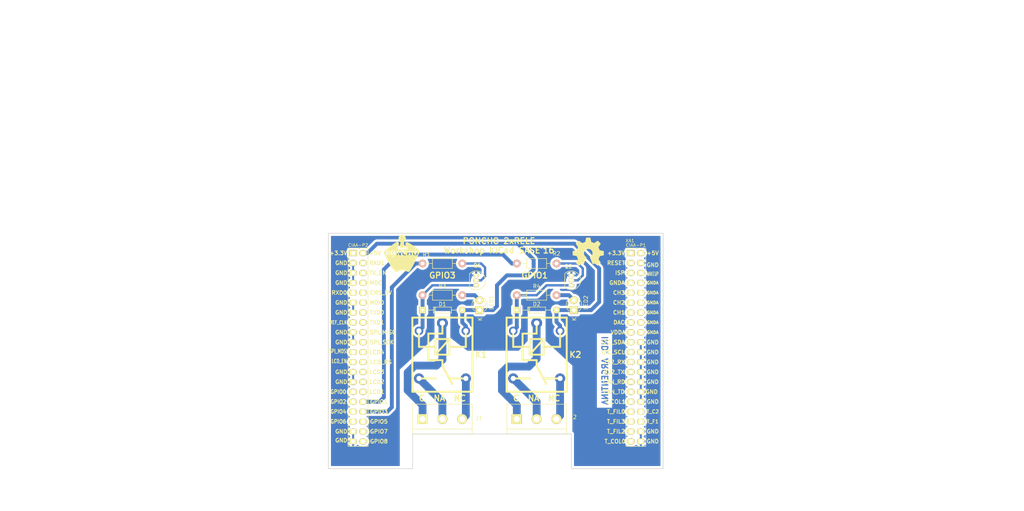
<source format=kicad_pcb>
(kicad_pcb (version 4) (host pcbnew 4.0.2+dfsg1-2~bpo8+1-stable)

  (general
    (links 46)
    (no_connects 0)
    (area 101.270999 75.489999 187.146001 135.965001)
    (thickness 1.6)
    (drawings 30)
    (tracks 90)
    (zones 0)
    (modules 17)
    (nets 17)
  )

  (page A4)
  (title_block
    (title "Poncho 2xRelé")
    (date 2016-08-08)
    (rev 1.0)
    (company "Proyecto CIAA - COMPUTADORA INDUSTRIAL ABIERTA ARGENTINA")
    (comment 1 https://github.com/ciaa/Ponchos/tree/master/Rele2x/doc)
    (comment 2 "Autores y Licencia del template (Diego Brengi - UNLaM)")
    (comment 3 "Autor del poncho Diego Brengi. Ver directorio \"doc\"")
  )

  (layers
    (0 F.Cu signal)
    (31 B.Cu signal)
    (32 B.Adhes user)
    (33 F.Adhes user)
    (34 B.Paste user)
    (35 F.Paste user)
    (36 B.SilkS user)
    (37 F.SilkS user)
    (38 B.Mask user)
    (39 F.Mask user)
    (40 Dwgs.User user)
    (41 Cmts.User user)
    (42 Eco1.User user)
    (43 Eco2.User user)
    (44 Edge.Cuts user)
    (45 Margin user)
    (46 B.CrtYd user)
    (47 F.CrtYd user)
    (48 B.Fab user)
    (49 F.Fab user)
  )

  (setup
    (last_trace_width 0.6)
    (user_trace_width 0.6)
    (user_trace_width 0.7)
    (user_trace_width 0.8)
    (user_trace_width 1)
    (user_trace_width 1.524)
    (user_trace_width 2)
    (trace_clearance 0.5)
    (zone_clearance 0.6)
    (zone_45_only yes)
    (trace_min 0.2)
    (segment_width 0.2)
    (edge_width 0.15)
    (via_size 0.6)
    (via_drill 0.4)
    (via_min_size 0.4)
    (via_min_drill 0.3)
    (uvia_size 0.3)
    (uvia_drill 0.1)
    (uvias_allowed no)
    (uvia_min_size 0)
    (uvia_min_drill 0)
    (pcb_text_width 0.3)
    (pcb_text_size 1.5 1.5)
    (mod_edge_width 0.15)
    (mod_text_size 0.000001 0.000001)
    (mod_text_width 0.15)
    (pad_size 1.4 1.4)
    (pad_drill 0.6)
    (pad_to_mask_clearance 0.2)
    (aux_axis_origin 0 0)
    (visible_elements 7FFEFF7F)
    (pcbplotparams
      (layerselection 0x00020_80000000)
      (usegerberextensions false)
      (excludeedgelayer false)
      (linewidth 0.100000)
      (plotframeref false)
      (viasonmask false)
      (mode 1)
      (useauxorigin false)
      (hpglpennumber 1)
      (hpglpenspeed 20)
      (hpglpendiameter 15)
      (hpglpenoverlay 2)
      (psnegative false)
      (psa4output false)
      (plotreference true)
      (plotvalue false)
      (plotinvisibletext false)
      (padsonsilk false)
      (subtractmaskfromsilk false)
      (outputformat 1)
      (mirror false)
      (drillshape 0)
      (scaleselection 1)
      (outputdirectory ""))
  )

  (net 0 "")
  (net 1 GND)
  (net 2 "Net-(D1-Pad1)")
  (net 3 "Net-(D2-Pad1)")
  (net 4 "Net-(J1-Pad1)")
  (net 5 "Net-(J1-Pad2)")
  (net 6 "Net-(J1-Pad3)")
  (net 7 "Net-(J2-Pad1)")
  (net 8 "Net-(J2-Pad2)")
  (net 9 "Net-(J2-Pad3)")
  (net 10 "Net-(LED1-Pad2)")
  (net 11 "Net-(LED2-Pad2)")
  (net 12 "Net-(Q1-Pad2)")
  (net 13 "Net-(Q2-Pad2)")
  (net 14 "Net-(R1-Pad2)")
  (net 15 "Net-(R2-Pad2)")
  (net 16 +5VP)

  (net_class Default "This is the default net class."
    (clearance 0.5)
    (trace_width 0.381)
    (via_dia 0.6)
    (via_drill 0.4)
    (uvia_dia 0.3)
    (uvia_drill 0.1)
    (add_net +5VP)
    (add_net GND)
    (add_net "Net-(D1-Pad1)")
    (add_net "Net-(D2-Pad1)")
    (add_net "Net-(J1-Pad1)")
    (add_net "Net-(J1-Pad2)")
    (add_net "Net-(J1-Pad3)")
    (add_net "Net-(J2-Pad1)")
    (add_net "Net-(J2-Pad2)")
    (add_net "Net-(J2-Pad3)")
    (add_net "Net-(LED1-Pad2)")
    (add_net "Net-(LED2-Pad2)")
    (add_net "Net-(Q1-Pad2)")
    (add_net "Net-(Q2-Pad2)")
    (add_net "Net-(R1-Pad2)")
    (add_net "Net-(R2-Pad2)")
  )

  (module Diodes_ThroughHole:Diode_DO-35_SOD27_Horizontal_RM10 (layer F.Cu) (tedit 57A92013) (tstamp 57A8F267)
    (at 125.476 95.25)
    (descr "Diode, DO-35,  SOD27, Horizontal, RM 10mm")
    (tags "Diode, DO-35, SOD27, Horizontal, RM 10mm, 1N4148,")
    (path /57A976EA)
    (fp_text reference D1 (at 5.08 -1.524) (layer F.SilkS)
      (effects (font (size 1 1) (thickness 0.15)))
    )
    (fp_text value 1N4148 (at 4.41452 -3.55854) (layer F.Fab)
      (effects (font (size 1 1) (thickness 0.15)))
    )
    (fp_line (start 7.36652 -0.00254) (end 8.76352 -0.00254) (layer F.SilkS) (width 0.15))
    (fp_line (start 2.92152 -0.00254) (end 1.39752 -0.00254) (layer F.SilkS) (width 0.15))
    (fp_line (start 3.30252 -0.76454) (end 3.30252 0.75946) (layer F.SilkS) (width 0.15))
    (fp_line (start 3.04852 -0.76454) (end 3.04852 0.75946) (layer F.SilkS) (width 0.15))
    (fp_line (start 2.79452 -0.00254) (end 2.79452 0.75946) (layer F.SilkS) (width 0.15))
    (fp_line (start 2.79452 0.75946) (end 7.36652 0.75946) (layer F.SilkS) (width 0.15))
    (fp_line (start 7.36652 0.75946) (end 7.36652 -0.76454) (layer F.SilkS) (width 0.15))
    (fp_line (start 7.36652 -0.76454) (end 2.79452 -0.76454) (layer F.SilkS) (width 0.15))
    (fp_line (start 2.79452 -0.76454) (end 2.79452 -0.00254) (layer F.SilkS) (width 0.15))
    (pad 2 thru_hole circle (at 10.16052 -0.00254 180) (size 1.69926 1.69926) (drill 0.70104) (layers *.Cu *.Mask F.SilkS)
      (net 16 +5VP))
    (pad 1 thru_hole rect (at 0.00052 -0.00254 180) (size 1.69926 1.69926) (drill 0.70104) (layers *.Cu *.Mask F.SilkS)
      (net 2 "Net-(D1-Pad1)"))
    (model /home/brengi/git/github/Ponchos/sase16/footprint.3dshapes/Diode_DO-35_SOD27_Horizontal_RM10.wrl
      (at (xyz 0.2 0 0))
      (scale (xyz 0.4 0.4 0.2))
      (rotate (xyz 0 0 180))
    )
  )

  (module Diodes_ThroughHole:Diode_DO-35_SOD27_Horizontal_RM10 (layer F.Cu) (tedit 57A92019) (tstamp 57A8F26D)
    (at 149.606 95.25)
    (descr "Diode, DO-35,  SOD27, Horizontal, RM 10mm")
    (tags "Diode, DO-35, SOD27, Horizontal, RM 10mm, 1N4148,")
    (path /57A7E826)
    (fp_text reference D2 (at 5.08 -1.524) (layer F.SilkS)
      (effects (font (size 1 1) (thickness 0.15)))
    )
    (fp_text value 1N4148 (at 4.41452 -3.55854) (layer F.Fab)
      (effects (font (size 1 1) (thickness 0.15)))
    )
    (fp_line (start 7.36652 -0.00254) (end 8.76352 -0.00254) (layer F.SilkS) (width 0.15))
    (fp_line (start 2.92152 -0.00254) (end 1.39752 -0.00254) (layer F.SilkS) (width 0.15))
    (fp_line (start 3.30252 -0.76454) (end 3.30252 0.75946) (layer F.SilkS) (width 0.15))
    (fp_line (start 3.04852 -0.76454) (end 3.04852 0.75946) (layer F.SilkS) (width 0.15))
    (fp_line (start 2.79452 -0.00254) (end 2.79452 0.75946) (layer F.SilkS) (width 0.15))
    (fp_line (start 2.79452 0.75946) (end 7.36652 0.75946) (layer F.SilkS) (width 0.15))
    (fp_line (start 7.36652 0.75946) (end 7.36652 -0.76454) (layer F.SilkS) (width 0.15))
    (fp_line (start 7.36652 -0.76454) (end 2.79452 -0.76454) (layer F.SilkS) (width 0.15))
    (fp_line (start 2.79452 -0.76454) (end 2.79452 -0.00254) (layer F.SilkS) (width 0.15))
    (pad 2 thru_hole circle (at 10.16052 -0.00254 180) (size 1.69926 1.69926) (drill 0.70104) (layers *.Cu *.Mask F.SilkS)
      (net 16 +5VP))
    (pad 1 thru_hole rect (at 0.00052 -0.00254 180) (size 1.69926 1.69926) (drill 0.70104) (layers *.Cu *.Mask F.SilkS)
      (net 3 "Net-(D2-Pad1)"))
    (model /home/brengi/git/github/Ponchos/sase16/footprint.3dshapes/Diode_DO-35_SOD27_Horizontal_RM10.wrl
      (at (xyz 0.2 0 0))
      (scale (xyz 0.4 0.4 0.4))
      (rotate (xyz 0 0 180))
    )
  )

  (module Connect:bornier3 (layer F.Cu) (tedit 57A9205B) (tstamp 57A8F274)
    (at 130.556 123.19)
    (descr "Bornier d'alimentation 3 pins")
    (tags DEV)
    (path /57A976FC)
    (fp_text reference J1 (at 9.398 -0.254) (layer F.SilkS)
      (effects (font (size 1 1) (thickness 0.15)))
    )
    (fp_text value TB_1X3 (at 0 5.08) (layer F.Fab)
      (effects (font (size 1 1) (thickness 0.15)))
    )
    (fp_line (start -7.62 3.81) (end -7.62 -3.81) (layer F.SilkS) (width 0.15))
    (fp_line (start 7.62 3.81) (end 7.62 -3.81) (layer F.SilkS) (width 0.15))
    (fp_line (start -7.62 2.54) (end 7.62 2.54) (layer F.SilkS) (width 0.15))
    (fp_line (start -7.62 -3.81) (end 7.62 -3.81) (layer F.SilkS) (width 0.15))
    (fp_line (start -7.62 3.81) (end 7.62 3.81) (layer F.SilkS) (width 0.15))
    (pad 1 thru_hole rect (at -5.08 0) (size 2.54 2.54) (drill 1.524) (layers *.Cu *.Mask F.SilkS)
      (net 4 "Net-(J1-Pad1)"))
    (pad 2 thru_hole circle (at 0 0) (size 2.54 2.54) (drill 1.524) (layers *.Cu *.Mask F.SilkS)
      (net 5 "Net-(J1-Pad2)"))
    (pad 3 thru_hole circle (at 5.08 0) (size 2.54 2.54) (drill 1.524) (layers *.Cu *.Mask F.SilkS)
      (net 6 "Net-(J1-Pad3)"))
    (model Connect.3dshapes/bornier3.wrl
      (at (xyz 0 0 0))
      (scale (xyz 1 1 1))
      (rotate (xyz 0 0 0))
    )
    (model /home/brengi/git/github/Ponchos/sase16/footprint.3dshapes/Bornera3.wrl
      (at (xyz 0 0 0))
      (scale (xyz 1 0.7 0.8))
      (rotate (xyz 0 0 0))
    )
  )

  (module Connect:bornier3 (layer F.Cu) (tedit 57A92055) (tstamp 57A8F27B)
    (at 154.686 123.19)
    (descr "Bornier d'alimentation 3 pins")
    (tags DEV)
    (path /57A7E96F)
    (fp_text reference J2 (at 9.398 -0.508) (layer F.SilkS)
      (effects (font (size 1 1) (thickness 0.15)))
    )
    (fp_text value TB_1X3 (at 0 5.08) (layer F.Fab)
      (effects (font (size 1 1) (thickness 0.15)))
    )
    (fp_line (start -7.62 3.81) (end -7.62 -3.81) (layer F.SilkS) (width 0.15))
    (fp_line (start 7.62 3.81) (end 7.62 -3.81) (layer F.SilkS) (width 0.15))
    (fp_line (start -7.62 2.54) (end 7.62 2.54) (layer F.SilkS) (width 0.15))
    (fp_line (start -7.62 -3.81) (end 7.62 -3.81) (layer F.SilkS) (width 0.15))
    (fp_line (start -7.62 3.81) (end 7.62 3.81) (layer F.SilkS) (width 0.15))
    (pad 1 thru_hole rect (at -5.08 0) (size 2.54 2.54) (drill 1.524) (layers *.Cu *.Mask F.SilkS)
      (net 7 "Net-(J2-Pad1)"))
    (pad 2 thru_hole circle (at 0 0) (size 2.54 2.54) (drill 1.524) (layers *.Cu *.Mask F.SilkS)
      (net 8 "Net-(J2-Pad2)"))
    (pad 3 thru_hole circle (at 5.08 0) (size 2.54 2.54) (drill 1.524) (layers *.Cu *.Mask F.SilkS)
      (net 9 "Net-(J2-Pad3)"))
    (model /home/brengi/git/github/Ponchos/sase16/footprint.3dshapes/Bornera3.wrl
      (at (xyz 0 0 0))
      (scale (xyz 1 0.7 0.8))
      (rotate (xyz 0 0 0))
    )
  )

  (module footprint:Relay_C (layer F.Cu) (tedit 57A92BBC) (tstamp 57A8F284)
    (at 130.556 106.68)
    (descr "relay, Tianbo HJR-3FF series")
    (path /57A976F6)
    (fp_text reference K1 (at 9.906 0) (layer F.SilkS)
      (effects (font (thickness 0.3048)))
    )
    (fp_text value RELAY_C (at 0 -11.3) (layer F.SilkS) hide
      (effects (font (thickness 0.3048)))
    )
    (fp_line (start -7.7 9.5) (end 7.7 9.5) (layer F.SilkS) (width 0.508))
    (fp_line (start -7.7 -9.5) (end -7.7 9.5) (layer F.SilkS) (width 0.508))
    (fp_line (start 7.7 -9.5) (end 7.7 9.5) (layer F.SilkS) (width 0.508))
    (fp_line (start -7.7 -9.5) (end 7.7 -9.5) (layer F.SilkS) (width 0.508))
    (fp_line (start -1.7 6.1) (end -6 6.1) (layer F.SilkS) (width 0.508))
    (fp_line (start 6 6.1) (end 1.7 6.1) (layer F.SilkS) (width 0.508))
    (fp_line (start 0 1.4) (end 0 2.9) (layer F.SilkS) (width 0.508))
    (fp_line (start 0 2.9) (end 2.5 7.5) (layer F.SilkS) (width 0.508))
    (fp_line (start -3.6 1.4) (end -3.6 -5.4) (layer F.SilkS) (width 0.508))
    (fp_line (start 0 1.4) (end -3.6 1.4) (layer F.SilkS) (width 0.508))
    (fp_line (start 0 -8.1) (end 0 -5.4) (layer F.SilkS) (width 0.508))
    (fp_line (start 0 -5.4) (end -3.6 -5.4) (layer F.SilkS) (width 0.508))
    (fp_line (start -6 -6.1) (end -6 -2) (layer F.SilkS) (width 0.508))
    (fp_line (start 6 -6.1) (end 6 -2) (layer F.SilkS) (width 0.508))
    (fp_line (start 6 -2) (end 1.8 -2) (layer F.SilkS) (width 0.508))
    (fp_line (start -1.8 -2) (end -6 -2) (layer F.SilkS) (width 0.508))
    (fp_line (start -1.8 0) (end 1.8 -4) (layer F.SilkS) (width 0.508))
    (fp_line (start -1.8 -4) (end 1.8 -4) (layer F.SilkS) (width 0.508))
    (fp_line (start 1.8 -4) (end 1.8 0) (layer F.SilkS) (width 0.508))
    (fp_line (start 1.8 0) (end -1.8 0) (layer F.SilkS) (width 0.508))
    (fp_line (start -1.8 0) (end -1.8 -4) (layer F.SilkS) (width 0.508))
    (pad 2 thru_hole circle (at -6 -6.1) (size 2.2 2.2) (drill 1.3) (layers *.Cu *.Mask)
      (net 2 "Net-(D1-Pad1)"))
    (pad 3 thru_hole circle (at -6 6.1) (size 2.6 2.6) (drill 1.3) (layers *.Cu *.Mask)
      (net 5 "Net-(J1-Pad2)"))
    (pad 4 thru_hole circle (at 6 6.1) (size 2.6 2.6) (drill 1.3) (layers *.Cu *.Mask)
      (net 6 "Net-(J1-Pad3)"))
    (pad 5 thru_hole circle (at 6 -6.1) (size 2.2 2.2) (drill 1.3) (layers *.Cu *.Mask)
      (net 16 +5VP))
    (pad 1 thru_hole circle (at 0 -8.1) (size 2.8 2.8) (drill 1.4) (layers *.Cu *.Mask)
      (net 4 "Net-(J1-Pad1)"))
    (model /home/brengi/git/github/Ponchos/sase16/footprint.3dshapes/Relay_C.wrl
      (at (xyz 0 0 0))
      (scale (xyz 1 1 1))
      (rotate (xyz 0 0 0))
    )
  )

  (module footprint:Relay_C (layer F.Cu) (tedit 57A92BC1) (tstamp 57A8F28D)
    (at 154.686 106.68)
    (descr "relay, Tianbo HJR-3FF series")
    (path /57A7E926)
    (fp_text reference K2 (at 9.906 0) (layer F.SilkS)
      (effects (font (thickness 0.3048)))
    )
    (fp_text value RELAY_C (at 0 -11.3) (layer F.SilkS) hide
      (effects (font (thickness 0.3048)))
    )
    (fp_line (start -7.7 9.5) (end 7.7 9.5) (layer F.SilkS) (width 0.508))
    (fp_line (start -7.7 -9.5) (end -7.7 9.5) (layer F.SilkS) (width 0.508))
    (fp_line (start 7.7 -9.5) (end 7.7 9.5) (layer F.SilkS) (width 0.508))
    (fp_line (start -7.7 -9.5) (end 7.7 -9.5) (layer F.SilkS) (width 0.508))
    (fp_line (start -1.7 6.1) (end -6 6.1) (layer F.SilkS) (width 0.508))
    (fp_line (start 6 6.1) (end 1.7 6.1) (layer F.SilkS) (width 0.508))
    (fp_line (start 0 1.4) (end 0 2.9) (layer F.SilkS) (width 0.508))
    (fp_line (start 0 2.9) (end 2.5 7.5) (layer F.SilkS) (width 0.508))
    (fp_line (start -3.6 1.4) (end -3.6 -5.4) (layer F.SilkS) (width 0.508))
    (fp_line (start 0 1.4) (end -3.6 1.4) (layer F.SilkS) (width 0.508))
    (fp_line (start 0 -8.1) (end 0 -5.4) (layer F.SilkS) (width 0.508))
    (fp_line (start 0 -5.4) (end -3.6 -5.4) (layer F.SilkS) (width 0.508))
    (fp_line (start -6 -6.1) (end -6 -2) (layer F.SilkS) (width 0.508))
    (fp_line (start 6 -6.1) (end 6 -2) (layer F.SilkS) (width 0.508))
    (fp_line (start 6 -2) (end 1.8 -2) (layer F.SilkS) (width 0.508))
    (fp_line (start -1.8 -2) (end -6 -2) (layer F.SilkS) (width 0.508))
    (fp_line (start -1.8 0) (end 1.8 -4) (layer F.SilkS) (width 0.508))
    (fp_line (start -1.8 -4) (end 1.8 -4) (layer F.SilkS) (width 0.508))
    (fp_line (start 1.8 -4) (end 1.8 0) (layer F.SilkS) (width 0.508))
    (fp_line (start 1.8 0) (end -1.8 0) (layer F.SilkS) (width 0.508))
    (fp_line (start -1.8 0) (end -1.8 -4) (layer F.SilkS) (width 0.508))
    (pad 2 thru_hole circle (at -6 -6.1) (size 2.2 2.2) (drill 1.3) (layers *.Cu *.Mask)
      (net 3 "Net-(D2-Pad1)"))
    (pad 3 thru_hole circle (at -6 6.1) (size 2.6 2.6) (drill 1.3) (layers *.Cu *.Mask)
      (net 8 "Net-(J2-Pad2)"))
    (pad 4 thru_hole circle (at 6 6.1) (size 2.6 2.6) (drill 1.3) (layers *.Cu *.Mask)
      (net 9 "Net-(J2-Pad3)"))
    (pad 5 thru_hole circle (at 6 -6.1) (size 2.2 2.2) (drill 1.3) (layers *.Cu *.Mask)
      (net 16 +5VP))
    (pad 1 thru_hole circle (at 0 -8.1) (size 2.8 2.8) (drill 1.4) (layers *.Cu *.Mask)
      (net 7 "Net-(J2-Pad1)"))
    (model /home/brengi/git/github/Ponchos/sase16/footprint.3dshapes/Relay_C.wrl
      (at (xyz 0 0 0))
      (scale (xyz 1 1 1))
      (rotate (xyz 0 0 0))
    )
  )

  (module LEDs:LED-3MM (layer F.Cu) (tedit 57A91FF0) (tstamp 57A8F293)
    (at 140.081 95.25 90)
    (descr "LED 3mm round vertical")
    (tags "LED  3mm round vertical")
    (path /57A976F0)
    (fp_text reference LED1 (at 1.91 3.06 90) (layer F.SilkS)
      (effects (font (size 1 1) (thickness 0.15)))
    )
    (fp_text value LED (at 1.3 -2.9 90) (layer F.Fab)
      (effects (font (size 1 1) (thickness 0.15)))
    )
    (fp_line (start -1.2 2.3) (end 3.8 2.3) (layer F.CrtYd) (width 0.05))
    (fp_line (start 3.8 2.3) (end 3.8 -2.2) (layer F.CrtYd) (width 0.05))
    (fp_line (start 3.8 -2.2) (end -1.2 -2.2) (layer F.CrtYd) (width 0.05))
    (fp_line (start -1.2 -2.2) (end -1.2 2.3) (layer F.CrtYd) (width 0.05))
    (fp_line (start -0.199 1.314) (end -0.199 1.114) (layer F.SilkS) (width 0.15))
    (fp_line (start -0.199 -1.28) (end -0.199 -1.1) (layer F.SilkS) (width 0.15))
    (fp_arc (start 1.301 0.034) (end -0.199 -1.286) (angle 108.5) (layer F.SilkS) (width 0.15))
    (fp_arc (start 1.301 0.034) (end 0.25 -1.1) (angle 85.7) (layer F.SilkS) (width 0.15))
    (fp_arc (start 1.311 0.034) (end 3.051 0.994) (angle 110) (layer F.SilkS) (width 0.15))
    (fp_arc (start 1.301 0.034) (end 2.335 1.094) (angle 87.5) (layer F.SilkS) (width 0.15))
    (fp_text user K (at -2.286 0.127 90) (layer F.SilkS)
      (effects (font (size 1 1) (thickness 0.15)))
    )
    (pad 1 thru_hole rect (at 0 0 180) (size 2 2) (drill 1.00076) (layers *.Cu *.Mask F.SilkS)
      (net 16 +5VP))
    (pad 2 thru_hole circle (at 2.54 0 90) (size 2 2) (drill 1.00076) (layers *.Cu *.Mask F.SilkS)
      (net 10 "Net-(LED1-Pad2)"))
    (model /home/brengi/git/github/Ponchos/sase16/footprint.3dshapes/LED-3MM.wrl
      (at (xyz 0.05 0 0))
      (scale (xyz 1 1 1))
      (rotate (xyz 0 0 90))
    )
  )

  (module LEDs:LED-3MM (layer F.Cu) (tedit 57A91FF4) (tstamp 57A8F299)
    (at 164.211 95.25 90)
    (descr "LED 3mm round vertical")
    (tags "LED  3mm round vertical")
    (path /57A7E863)
    (fp_text reference LED2 (at 1.91 3.06 90) (layer F.SilkS)
      (effects (font (size 1 1) (thickness 0.15)))
    )
    (fp_text value LED (at 1.3 -2.9 90) (layer F.Fab)
      (effects (font (size 1 1) (thickness 0.15)))
    )
    (fp_line (start -1.2 2.3) (end 3.8 2.3) (layer F.CrtYd) (width 0.05))
    (fp_line (start 3.8 2.3) (end 3.8 -2.2) (layer F.CrtYd) (width 0.05))
    (fp_line (start 3.8 -2.2) (end -1.2 -2.2) (layer F.CrtYd) (width 0.05))
    (fp_line (start -1.2 -2.2) (end -1.2 2.3) (layer F.CrtYd) (width 0.05))
    (fp_line (start -0.199 1.314) (end -0.199 1.114) (layer F.SilkS) (width 0.15))
    (fp_line (start -0.199 -1.28) (end -0.199 -1.1) (layer F.SilkS) (width 0.15))
    (fp_arc (start 1.301 0.034) (end -0.199 -1.286) (angle 108.5) (layer F.SilkS) (width 0.15))
    (fp_arc (start 1.301 0.034) (end 0.25 -1.1) (angle 85.7) (layer F.SilkS) (width 0.15))
    (fp_arc (start 1.311 0.034) (end 3.051 0.994) (angle 110) (layer F.SilkS) (width 0.15))
    (fp_arc (start 1.301 0.034) (end 2.335 1.094) (angle 87.5) (layer F.SilkS) (width 0.15))
    (fp_text user K (at -2.286 0.127 90) (layer F.SilkS)
      (effects (font (size 1 1) (thickness 0.15)))
    )
    (pad 1 thru_hole rect (at 0 0 180) (size 2 2) (drill 1.00076) (layers *.Cu *.Mask F.SilkS)
      (net 16 +5VP))
    (pad 2 thru_hole circle (at 2.54 0 90) (size 2 2) (drill 1.00076) (layers *.Cu *.Mask F.SilkS)
      (net 11 "Net-(LED2-Pad2)"))
    (model /home/brengi/git/github/Ponchos/sase16/footprint.3dshapes/LED-3MM.wrl
      (at (xyz 0.05 0 0))
      (scale (xyz 1 1 1))
      (rotate (xyz 0 0 90))
    )
  )

  (module TO_SOT_Packages_THT:TO-92_Inline_Narrow_Oval (layer F.Cu) (tedit 57A92028) (tstamp 57A8F2A0)
    (at 139.192 86.36 270)
    (descr "TO-92 leads in-line, narrow, oval pads, drill 0.6mm (see NXP sot054_po.pdf)")
    (tags "to-92 sc-43 sc-43a sot54 PA33 transistor")
    (path /57A9772C)
    (clearance 0.35)
    (fp_text reference Q1 (at -2.54 -0.254 360) (layer F.SilkS)
      (effects (font (size 1 1) (thickness 0.15)))
    )
    (fp_text value 2N2222 (at 0 3 270) (layer F.Fab)
      (effects (font (size 1 1) (thickness 0.15)))
    )
    (fp_line (start -1.4 1.95) (end -1.4 -2.65) (layer F.CrtYd) (width 0.05))
    (fp_line (start -1.4 1.95) (end 3.95 1.95) (layer F.CrtYd) (width 0.05))
    (fp_line (start -0.43 1.7) (end 2.97 1.7) (layer F.SilkS) (width 0.15))
    (fp_arc (start 1.27 0) (end 1.27 -2.4) (angle -135) (layer F.SilkS) (width 0.15))
    (fp_arc (start 1.27 0) (end 1.27 -2.4) (angle 135) (layer F.SilkS) (width 0.15))
    (fp_line (start -1.4 -2.65) (end 3.95 -2.65) (layer F.CrtYd) (width 0.05))
    (fp_line (start 3.95 1.95) (end 3.95 -2.65) (layer F.CrtYd) (width 0.05))
    (pad 2 thru_hole oval (at 1.27 0 90) (size 0.89916 1.50114) (drill 0.6) (layers *.Cu *.Mask F.SilkS)
      (net 12 "Net-(Q1-Pad2)"))
    (pad 3 thru_hole oval (at 2.54 0 90) (size 0.89916 1.50114) (drill 0.6) (layers *.Cu *.Mask F.SilkS)
      (net 2 "Net-(D1-Pad1)"))
    (pad 1 thru_hole oval (at 0 0 90) (size 0.89916 1.50114) (drill 0.6) (layers *.Cu *.Mask F.SilkS)
      (net 1 GND))
    (model /home/brengi/git/github/Ponchos/sase16/footprint.3dshapes/TO-92_Inline_Narrow_Oval.wrl
      (at (xyz 0.05 0 0))
      (scale (xyz 1 1 1))
      (rotate (xyz 0 0 -90))
    )
  )

  (module TO_SOT_Packages_THT:TO-92_Inline_Narrow_Oval (layer F.Cu) (tedit 57A92030) (tstamp 57A8F2A7)
    (at 163.576 86.36 270)
    (descr "TO-92 leads in-line, narrow, oval pads, drill 0.6mm (see NXP sot054_po.pdf)")
    (tags "to-92 sc-43 sc-43a sot54 PA33 transistor")
    (path /57A9396D)
    (clearance 0.35)
    (fp_text reference Q2 (at -2.286 0.762 360) (layer F.SilkS)
      (effects (font (size 1 1) (thickness 0.15)))
    )
    (fp_text value 2N2222 (at 0 3 270) (layer F.Fab)
      (effects (font (size 1 1) (thickness 0.15)))
    )
    (fp_line (start -1.4 1.95) (end -1.4 -2.65) (layer F.CrtYd) (width 0.05))
    (fp_line (start -1.4 1.95) (end 3.95 1.95) (layer F.CrtYd) (width 0.05))
    (fp_line (start -0.43 1.7) (end 2.97 1.7) (layer F.SilkS) (width 0.15))
    (fp_arc (start 1.27 0) (end 1.27 -2.4) (angle -135) (layer F.SilkS) (width 0.15))
    (fp_arc (start 1.27 0) (end 1.27 -2.4) (angle 135) (layer F.SilkS) (width 0.15))
    (fp_line (start -1.4 -2.65) (end 3.95 -2.65) (layer F.CrtYd) (width 0.05))
    (fp_line (start 3.95 1.95) (end 3.95 -2.65) (layer F.CrtYd) (width 0.05))
    (pad 2 thru_hole oval (at 1.27 0 90) (size 0.89916 1.50114) (drill 0.6) (layers *.Cu *.Mask F.SilkS)
      (net 13 "Net-(Q2-Pad2)"))
    (pad 3 thru_hole oval (at 2.54 0 90) (size 0.89916 1.50114) (drill 0.6) (layers *.Cu *.Mask F.SilkS)
      (net 3 "Net-(D2-Pad1)"))
    (pad 1 thru_hole oval (at 0 0 90) (size 0.89916 1.50114) (drill 0.6) (layers *.Cu *.Mask F.SilkS)
      (net 1 GND))
    (model /home/brengi/git/github/Ponchos/sase16/footprint.3dshapes/TO-92_Inline_Narrow_Oval.wrl
      (at (xyz 0.05 0 0))
      (scale (xyz 1 1 1))
      (rotate (xyz 0 0 -90))
    )
  )

  (module Resistors_ThroughHole:Resistor_Horizontal_RM10mm (layer F.Cu) (tedit 57A921E1) (tstamp 57A8F2AD)
    (at 135.636 83.312 180)
    (descr "Resistor, Axial,  RM 10mm, 1/3W")
    (tags "Resistor Axial RM 10mm 1/3W")
    (path /57A97726)
    (fp_text reference R1 (at 9.144 2.286 180) (layer F.SilkS)
      (effects (font (size 1 1) (thickness 0.15)))
    )
    (fp_text value 1K (at 5.08 3.81 180) (layer F.Fab)
      (effects (font (size 1 1) (thickness 0.15)))
    )
    (fp_line (start -1.25 -1.5) (end 11.4 -1.5) (layer F.CrtYd) (width 0.05))
    (fp_line (start -1.25 1.5) (end -1.25 -1.5) (layer F.CrtYd) (width 0.05))
    (fp_line (start 11.4 -1.5) (end 11.4 1.5) (layer F.CrtYd) (width 0.05))
    (fp_line (start -1.25 1.5) (end 11.4 1.5) (layer F.CrtYd) (width 0.05))
    (fp_line (start 2.54 -1.27) (end 7.62 -1.27) (layer F.SilkS) (width 0.15))
    (fp_line (start 7.62 -1.27) (end 7.62 1.27) (layer F.SilkS) (width 0.15))
    (fp_line (start 7.62 1.27) (end 2.54 1.27) (layer F.SilkS) (width 0.15))
    (fp_line (start 2.54 1.27) (end 2.54 -1.27) (layer F.SilkS) (width 0.15))
    (fp_line (start 2.54 0) (end 1.27 0) (layer F.SilkS) (width 0.15))
    (fp_line (start 7.62 0) (end 8.89 0) (layer F.SilkS) (width 0.15))
    (pad 1 thru_hole circle (at 0 0 180) (size 1.99898 1.99898) (drill 1.00076) (layers *.Cu *.SilkS *.Mask)
      (net 12 "Net-(Q1-Pad2)"))
    (pad 2 thru_hole circle (at 10.16 0 180) (size 1.99898 1.99898) (drill 1.00076) (layers *.Cu *.SilkS *.Mask)
      (net 14 "Net-(R1-Pad2)"))
    (model /home/brengi/git/github/Ponchos/sase16/footprint.3dshapes/Resistor_Horizontal_RM10mm.wrl
      (at (xyz 0.2 0 0))
      (scale (xyz 0.4 0.4 0.4))
      (rotate (xyz 0 0 0))
    )
  )

  (module Resistors_ThroughHole:Resistor_Horizontal_RM10mm (layer F.Cu) (tedit 57A921DC) (tstamp 57A8F2B3)
    (at 159.766 83.312 180)
    (descr "Resistor, Axial,  RM 10mm, 1/3W")
    (tags "Resistor Axial RM 10mm 1/3W")
    (path /57A93801)
    (fp_text reference R2 (at 0 2.54 180) (layer F.SilkS)
      (effects (font (size 1 1) (thickness 0.15)))
    )
    (fp_text value 1K (at 5.08 3.81 180) (layer F.Fab)
      (effects (font (size 1 1) (thickness 0.15)))
    )
    (fp_line (start -1.25 -1.5) (end 11.4 -1.5) (layer F.CrtYd) (width 0.05))
    (fp_line (start -1.25 1.5) (end -1.25 -1.5) (layer F.CrtYd) (width 0.05))
    (fp_line (start 11.4 -1.5) (end 11.4 1.5) (layer F.CrtYd) (width 0.05))
    (fp_line (start -1.25 1.5) (end 11.4 1.5) (layer F.CrtYd) (width 0.05))
    (fp_line (start 2.54 -1.27) (end 7.62 -1.27) (layer F.SilkS) (width 0.15))
    (fp_line (start 7.62 -1.27) (end 7.62 1.27) (layer F.SilkS) (width 0.15))
    (fp_line (start 7.62 1.27) (end 2.54 1.27) (layer F.SilkS) (width 0.15))
    (fp_line (start 2.54 1.27) (end 2.54 -1.27) (layer F.SilkS) (width 0.15))
    (fp_line (start 2.54 0) (end 1.27 0) (layer F.SilkS) (width 0.15))
    (fp_line (start 7.62 0) (end 8.89 0) (layer F.SilkS) (width 0.15))
    (pad 1 thru_hole circle (at 0 0 180) (size 1.99898 1.99898) (drill 1.00076) (layers *.Cu *.SilkS *.Mask)
      (net 13 "Net-(Q2-Pad2)"))
    (pad 2 thru_hole circle (at 10.16 0 180) (size 1.99898 1.99898) (drill 1.00076) (layers *.Cu *.SilkS *.Mask)
      (net 15 "Net-(R2-Pad2)"))
    (model /home/brengi/git/github/Ponchos/sase16/footprint.3dshapes/Resistor_Horizontal_RM10mm.wrl
      (at (xyz 0.2 0 0))
      (scale (xyz 0.4 0.4 0.4))
      (rotate (xyz 0 0 0))
    )
  )

  (module Resistors_ThroughHole:Resistor_Horizontal_RM10mm (layer F.Cu) (tedit 57A91FDB) (tstamp 57A8F2B9)
    (at 135.636 91.44 180)
    (descr "Resistor, Axial,  RM 10mm, 1/3W")
    (tags "Resistor Axial RM 10mm 1/3W")
    (path /57A976E4)
    (fp_text reference R3 (at 5.08 2.286 180) (layer F.SilkS)
      (effects (font (size 1 1) (thickness 0.15)))
    )
    (fp_text value 220R (at 5.08 3.81 180) (layer F.Fab)
      (effects (font (size 1 1) (thickness 0.15)))
    )
    (fp_line (start -1.25 -1.5) (end 11.4 -1.5) (layer F.CrtYd) (width 0.05))
    (fp_line (start -1.25 1.5) (end -1.25 -1.5) (layer F.CrtYd) (width 0.05))
    (fp_line (start 11.4 -1.5) (end 11.4 1.5) (layer F.CrtYd) (width 0.05))
    (fp_line (start -1.25 1.5) (end 11.4 1.5) (layer F.CrtYd) (width 0.05))
    (fp_line (start 2.54 -1.27) (end 7.62 -1.27) (layer F.SilkS) (width 0.15))
    (fp_line (start 7.62 -1.27) (end 7.62 1.27) (layer F.SilkS) (width 0.15))
    (fp_line (start 7.62 1.27) (end 2.54 1.27) (layer F.SilkS) (width 0.15))
    (fp_line (start 2.54 1.27) (end 2.54 -1.27) (layer F.SilkS) (width 0.15))
    (fp_line (start 2.54 0) (end 1.27 0) (layer F.SilkS) (width 0.15))
    (fp_line (start 7.62 0) (end 8.89 0) (layer F.SilkS) (width 0.15))
    (pad 1 thru_hole circle (at 0 0 180) (size 1.99898 1.99898) (drill 1.00076) (layers *.Cu *.SilkS *.Mask)
      (net 10 "Net-(LED1-Pad2)"))
    (pad 2 thru_hole circle (at 10.16 0 180) (size 1.99898 1.99898) (drill 1.00076) (layers *.Cu *.SilkS *.Mask)
      (net 2 "Net-(D1-Pad1)"))
    (model /home/brengi/git/github/Ponchos/sase16/footprint.3dshapes/Resistor_Horizontal_RM10mm.wrl
      (at (xyz 0.2 0 0))
      (scale (xyz 0.4 0.4 0.4))
      (rotate (xyz 0 0 0))
    )
  )

  (module Resistors_ThroughHole:Resistor_Horizontal_RM10mm (layer F.Cu) (tedit 57A9201D) (tstamp 57A8F2BF)
    (at 159.766 91.44 180)
    (descr "Resistor, Axial,  RM 10mm, 1/3W")
    (tags "Resistor Axial RM 10mm 1/3W")
    (path /57A7E7CB)
    (fp_text reference R4 (at 5.08 2.286 180) (layer F.SilkS)
      (effects (font (size 1 1) (thickness 0.15)))
    )
    (fp_text value 220R (at 5.08 3.81 180) (layer F.Fab)
      (effects (font (size 1 1) (thickness 0.15)))
    )
    (fp_line (start -1.25 -1.5) (end 11.4 -1.5) (layer F.CrtYd) (width 0.05))
    (fp_line (start -1.25 1.5) (end -1.25 -1.5) (layer F.CrtYd) (width 0.05))
    (fp_line (start 11.4 -1.5) (end 11.4 1.5) (layer F.CrtYd) (width 0.05))
    (fp_line (start -1.25 1.5) (end 11.4 1.5) (layer F.CrtYd) (width 0.05))
    (fp_line (start 2.54 -1.27) (end 7.62 -1.27) (layer F.SilkS) (width 0.15))
    (fp_line (start 7.62 -1.27) (end 7.62 1.27) (layer F.SilkS) (width 0.15))
    (fp_line (start 7.62 1.27) (end 2.54 1.27) (layer F.SilkS) (width 0.15))
    (fp_line (start 2.54 1.27) (end 2.54 -1.27) (layer F.SilkS) (width 0.15))
    (fp_line (start 2.54 0) (end 1.27 0) (layer F.SilkS) (width 0.15))
    (fp_line (start 7.62 0) (end 8.89 0) (layer F.SilkS) (width 0.15))
    (pad 1 thru_hole circle (at 0 0 180) (size 1.99898 1.99898) (drill 1.00076) (layers *.Cu *.SilkS *.Mask)
      (net 11 "Net-(LED2-Pad2)"))
    (pad 2 thru_hole circle (at 10.16 0 180) (size 1.99898 1.99898) (drill 1.00076) (layers *.Cu *.SilkS *.Mask)
      (net 3 "Net-(D2-Pad1)"))
    (model /home/brengi/git/github/Ponchos/sase16/footprint.3dshapes/Resistor_Horizontal_RM10mm.wrl
      (at (xyz 0.2 0 0))
      (scale (xyz 0.4 0.4 0.4))
      (rotate (xyz 0 0 0))
    )
  )

  (module footprint:Conn_Poncho_SinBorde (layer F.Cu) (tedit 560F0DC0) (tstamp 57A8F313)
    (at 178.816 80.645)
    (tags "CONN Poncho")
    (path /57A7A0F8)
    (fp_text reference XA1 (at -0.254 -3.175) (layer F.SilkS)
      (effects (font (size 0.8 0.8) (thickness 0.12)))
    )
    (fp_text value Conn_Poncho2P_2x_20x2 (at -1.905 51.181) (layer F.SilkS) hide
      (effects (font (size 1.016 1.016) (thickness 0.2032)))
    )
    (fp_text user GPIO8 (at -64.516 48.26) (layer F.SilkS)
      (effects (font (size 1 1) (thickness 0.2)))
    )
    (fp_text user GPIO7 (at -64.516 45.72) (layer F.SilkS)
      (effects (font (size 1 1) (thickness 0.2)))
    )
    (fp_text user GPIO5 (at -64.516 43.18) (layer F.SilkS)
      (effects (font (size 1 1) (thickness 0.2)))
    )
    (fp_text user GPIO3 (at -64.516 40.64) (layer F.SilkS)
      (effects (font (size 1 1) (thickness 0.2)))
    )
    (fp_text user GPIO1 (at -64.516 38.1) (layer F.SilkS)
      (effects (font (size 1 1) (thickness 0.2)))
    )
    (fp_text user LCD1 (at -65.024 35.56) (layer F.SilkS)
      (effects (font (size 1 1) (thickness 0.2)))
    )
    (fp_text user LCD2 (at -65.024 33.02) (layer F.SilkS)
      (effects (font (size 1 1) (thickness 0.2)))
    )
    (fp_text user LCD3 (at -65.024 30.48) (layer F.SilkS)
      (effects (font (size 1 1) (thickness 0.2)))
    )
    (fp_text user LCD_RS (at -64.008 27.94) (layer F.SilkS)
      (effects (font (size 1 1) (thickness 0.2)))
    )
    (fp_text user LCD4 (at -65.024 25.4) (layer F.SilkS)
      (effects (font (size 1 1) (thickness 0.2)))
    )
    (fp_text user SPI_SCK (at -63.754 22.86) (layer F.SilkS)
      (effects (font (size 1 1) (thickness 0.2)))
    )
    (fp_text user SPI_MISO (at -63.5 20.32) (layer F.SilkS)
      (effects (font (size 1 1) (thickness 0.2)))
    )
    (fp_text user TXD1 (at -65.024 17.78) (layer F.SilkS)
      (effects (font (size 1 1) (thickness 0.2)))
    )
    (fp_text user TXD0 (at -65.024 15.24) (layer F.SilkS)
      (effects (font (size 1 1) (thickness 0.2)))
    )
    (fp_text user MDIO (at -65.024 12.7) (layer F.SilkS)
      (effects (font (size 1 1) (thickness 0.2)))
    )
    (fp_text user CRS_DV (at -64.008 10.16) (layer F.SilkS)
      (effects (font (size 1 1) (thickness 0.2)))
    )
    (fp_text user MDC (at -65.278 7.62) (layer F.SilkS)
      (effects (font (size 1 1) (thickness 0.2)))
    )
    (fp_text user TX_EN (at -64.77 5.08) (layer F.SilkS)
      (effects (font (size 1 1) (thickness 0.2)))
    )
    (fp_text user RXD1 (at -65.024 2.54) (layer F.SilkS)
      (effects (font (size 1 1) (thickness 0.2)))
    )
    (fp_text user +5V (at -65.532 0) (layer F.SilkS)
      (effects (font (size 1 1) (thickness 0.2)))
    )
    (fp_text user GND (at -74.168 48.006) (layer F.SilkS)
      (effects (font (size 1 1) (thickness 0.2)))
    )
    (fp_text user GND (at -74.168 45.72) (layer F.SilkS)
      (effects (font (size 1 1) (thickness 0.2)))
    )
    (fp_text user GPIO6 (at -74.93 43.18) (layer F.SilkS)
      (effects (font (size 1 0.9) (thickness 0.2)))
    )
    (fp_text user GPIO4 (at -74.93 40.64) (layer F.SilkS)
      (effects (font (size 1 0.9) (thickness 0.2)))
    )
    (fp_text user GPIO2 (at -74.93 38.1) (layer F.SilkS)
      (effects (font (size 1 0.9) (thickness 0.2)))
    )
    (fp_text user GPIO0 (at -74.93 35.56) (layer F.SilkS)
      (effects (font (size 1 0.9) (thickness 0.2)))
    )
    (fp_text user GND (at -74.168 33.02) (layer F.SilkS)
      (effects (font (size 1 1) (thickness 0.2)))
    )
    (fp_text user GND (at -74.168 30.48) (layer F.SilkS)
      (effects (font (size 1 1) (thickness 0.2)))
    )
    (fp_text user LCD_EN (at -74.676 27.686) (layer F.SilkS)
      (effects (font (size 1 0.7) (thickness 0.17)))
    )
    (fp_text user SPI_MOSI (at -74.93 25.146) (layer F.SilkS)
      (effects (font (size 1 0.7) (thickness 0.17)))
    )
    (fp_text user GND (at -74.168 22.86) (layer F.SilkS)
      (effects (font (size 1 1) (thickness 0.2)))
    )
    (fp_text user GND (at -74.168 20.32) (layer F.SilkS)
      (effects (font (size 1 1) (thickness 0.2)))
    )
    (fp_text user REF_CLK (at -74.93 17.78) (layer F.SilkS)
      (effects (font (size 0.9 0.7) (thickness 0.175)))
    )
    (fp_text user GND (at -74.168 15.24) (layer F.SilkS)
      (effects (font (size 1 1) (thickness 0.2)))
    )
    (fp_text user GND (at -74.168 12.7) (layer F.SilkS)
      (effects (font (size 1 1) (thickness 0.2)))
    )
    (fp_text user GND (at -74.168 7.62) (layer F.SilkS)
      (effects (font (size 1 1) (thickness 0.2)))
    )
    (fp_text user RXD0 (at -74.676 10.16) (layer F.SilkS)
      (effects (font (size 1 1) (thickness 0.2)))
    )
    (fp_text user GND (at -74.168 5.08) (layer F.SilkS)
      (effects (font (size 1 1) (thickness 0.2)))
    )
    (fp_text user GND (at -74.168 2.54) (layer F.SilkS)
      (effects (font (size 1 1) (thickness 0.2)))
    )
    (fp_text user +3.3V (at -74.93 0) (layer F.SilkS)
      (effects (font (size 1 1) (thickness 0.2)))
    )
    (fp_text user GND (at 5.588 48.26) (layer F.SilkS)
      (effects (font (size 1 1) (thickness 0.2)))
    )
    (fp_text user GND (at 5.588 45.72) (layer F.SilkS)
      (effects (font (size 1 1) (thickness 0.2)))
    )
    (fp_text user T_F1 (at 5.588 43.18) (layer F.SilkS)
      (effects (font (size 0.9 0.9) (thickness 0.18)))
    )
    (fp_text user T_C2 (at 5.588 40.64) (layer F.SilkS)
      (effects (font (size 0.9 0.9) (thickness 0.18)))
    )
    (fp_text user GND (at 5.588 38.1) (layer F.SilkS)
      (effects (font (size 1 1) (thickness 0.2)))
    )
    (fp_text user GND (at 5.334 35.56) (layer F.SilkS)
      (effects (font (size 1 1) (thickness 0.2)))
    )
    (fp_text user GND (at 5.588 33.02) (layer F.SilkS)
      (effects (font (size 1 1) (thickness 0.2)))
    )
    (fp_text user GND (at 5.588 30.48) (layer F.SilkS)
      (effects (font (size 1 1) (thickness 0.2)))
    )
    (fp_text user GND (at 5.588 27.94) (layer F.SilkS)
      (effects (font (size 1 1) (thickness 0.2)))
    )
    (fp_text user GND (at 5.588 25.4) (layer F.SilkS)
      (effects (font (size 1 1) (thickness 0.2)))
    )
    (fp_text user GND (at 5.588 22.86) (layer F.SilkS)
      (effects (font (size 1 1) (thickness 0.2)))
    )
    (fp_text user GNDA (at 5.588 20.32) (layer F.SilkS)
      (effects (font (size 0.76 0.76) (thickness 0.19)))
    )
    (fp_text user GNDA (at 5.588 17.78) (layer F.SilkS)
      (effects (font (size 0.76 0.76) (thickness 0.19)))
    )
    (fp_text user GNDA (at 5.588 15.24) (layer F.SilkS)
      (effects (font (size 0.76 0.76) (thickness 0.19)))
    )
    (fp_text user GNDA (at 5.588 12.7) (layer F.SilkS)
      (effects (font (size 0.76 0.76) (thickness 0.19)))
    )
    (fp_text user GNDA (at 5.588 10.16) (layer F.SilkS)
      (effects (font (size 0.76 0.76) (thickness 0.19)))
    )
    (fp_text user GNDA (at 5.588 7.62) (layer F.SilkS)
      (effects (font (size 0.76 0.76) (thickness 0.19)))
    )
    (fp_text user WAKEUP (at 5.588 5.334) (layer F.SilkS)
      (effects (font (size 1 0.5) (thickness 0.125)))
    )
    (fp_text user GND (at 5.588 3.048) (layer F.SilkS)
      (effects (font (size 1 1) (thickness 0.2)))
    )
    (fp_text user +5V (at 5.588 0) (layer F.SilkS)
      (effects (font (size 1 1) (thickness 0.2)))
    )
    (fp_text user T_COL0 (at -4.064 48.26) (layer F.SilkS)
      (effects (font (size 1 1) (thickness 0.2)))
    )
    (fp_text user T_FIL2 (at -3.81 45.72) (layer F.SilkS)
      (effects (font (size 1 1) (thickness 0.2)))
    )
    (fp_text user T_FIL3 (at -3.81 43.18) (layer F.SilkS)
      (effects (font (size 1 1) (thickness 0.2)))
    )
    (fp_text user T_FIL0 (at -3.81 40.64) (layer F.SilkS)
      (effects (font (size 1 1) (thickness 0.2)))
    )
    (fp_text user T_COL1 (at -4.064 38.1) (layer F.SilkS)
      (effects (font (size 1 1) (thickness 0.2)))
    )
    (fp_text user CAN_TD (at -4.318 35.56) (layer F.SilkS)
      (effects (font (size 1 1) (thickness 0.2)))
    )
    (fp_text user CAN_RD (at -4.318 33.02) (layer F.SilkS)
      (effects (font (size 1 1) (thickness 0.2)))
    )
    (fp_text user 232_TX (at -4.318 30.48) (layer F.SilkS)
      (effects (font (size 1 1) (thickness 0.2)))
    )
    (fp_text user 232_RX (at -4.318 27.94) (layer F.SilkS)
      (effects (font (size 1 1) (thickness 0.2)))
    )
    (fp_text user I2C_SCL (at -4.572 25.4) (layer F.SilkS)
      (effects (font (size 1 1) (thickness 0.2)))
    )
    (fp_text user I2C_SDA (at -4.572 22.86) (layer F.SilkS)
      (effects (font (size 1 1) (thickness 0.2)))
    )
    (fp_text user VDDA (at -3.302 20.32) (layer F.SilkS)
      (effects (font (size 1 1) (thickness 0.2)))
    )
    (fp_text user DAC (at -3.048 17.78) (layer F.SilkS)
      (effects (font (size 1 1) (thickness 0.2)))
    )
    (fp_text user CH1 (at -3.048 15.24) (layer F.SilkS)
      (effects (font (size 1 1) (thickness 0.2)))
    )
    (fp_text user CH2 (at -3.048 12.7) (layer F.SilkS)
      (effects (font (size 1 1) (thickness 0.2)))
    )
    (fp_text user CH3 (at -3.048 10.16) (layer F.SilkS)
      (effects (font (size 1 1) (thickness 0.2)))
    )
    (fp_text user GNDA (at -3.556 7.62) (layer F.SilkS)
      (effects (font (size 1 1) (thickness 0.2)))
    )
    (fp_text user ISP (at -2.794 5.08) (layer F.SilkS)
      (effects (font (size 1 1) (thickness 0.2)))
    )
    (fp_text user RESET (at -3.81 2.54) (layer F.SilkS)
      (effects (font (size 1 1) (thickness 0.2)))
    )
    (fp_text user CIAA-P2 (at -69.85 -2.032) (layer F.SilkS)
      (effects (font (size 0.8 0.8) (thickness 0.12)))
    )
    (fp_text user CIAA-P1 (at 1.27 -2.032) (layer F.SilkS)
      (effects (font (size 0.8 0.8) (thickness 0.12)))
    )
    (fp_text user +3.3V (at -3.81 0) (layer F.SilkS)
      (effects (font (size 1 1) (thickness 0.2)))
    )
    (fp_line (start -72.39 0) (end -72.39 -1.27) (layer F.SilkS) (width 0.15))
    (fp_line (start -72.39 -1.27) (end -67.31 -1.27) (layer F.SilkS) (width 0.15))
    (fp_line (start -67.31 -1.27) (end -67.31 49.53) (layer F.SilkS) (width 0.15))
    (fp_line (start -67.31 49.53) (end -72.39 49.53) (layer F.SilkS) (width 0.15))
    (fp_line (start -72.39 49.53) (end -72.39 0) (layer F.SilkS) (width 0.15))
    (fp_line (start -1.27 49.53) (end -1.27 -1.27) (layer F.SilkS) (width 0.15))
    (fp_line (start 3.81 49.53) (end 3.81 -1.27) (layer F.SilkS) (width 0.15))
    (fp_line (start 3.81 49.53) (end -1.27 49.53) (layer F.SilkS) (width 0.15))
    (fp_line (start 3.81 -1.27) (end -1.27 -1.27) (layer F.SilkS) (width 0.15))
    (pad 1 thru_hole rect (at 0 0 270) (size 1.524 2) (drill 1.016) (layers *.Cu *.Mask F.SilkS))
    (pad 2 thru_hole oval (at 2.54 0 270) (size 1.524 2) (drill 1.016) (layers *.Cu *.Mask F.SilkS))
    (pad 11 thru_hole oval (at 0 12.7 270) (size 1.524 2) (drill 1.016) (layers *.Cu *.Mask F.SilkS))
    (pad 4 thru_hole oval (at 2.54 2.54 270) (size 1.524 2) (drill 1.016) (layers *.Cu *.Mask F.SilkS)
      (net 1 GND))
    (pad 13 thru_hole oval (at 0 15.24 270) (size 1.524 2) (drill 1.016) (layers *.Cu *.Mask F.SilkS))
    (pad 6 thru_hole oval (at 2.54 5.08 270) (size 1.524 2) (drill 1.016) (layers *.Cu *.Mask F.SilkS))
    (pad 15 thru_hole oval (at 0 17.78 270) (size 1.524 2) (drill 1.016) (layers *.Cu *.Mask F.SilkS))
    (pad 8 thru_hole oval (at 2.54 7.62 270) (size 1.524 2) (drill 1.016) (layers *.Cu *.Mask F.SilkS))
    (pad 17 thru_hole oval (at 0 20.32 270) (size 1.524 2) (drill 1.016) (layers *.Cu *.Mask F.SilkS))
    (pad 10 thru_hole oval (at 2.54 10.16 270) (size 1.524 2) (drill 1.016) (layers *.Cu *.Mask F.SilkS))
    (pad 19 thru_hole oval (at 0 22.86 270) (size 1.524 2) (drill 1.016) (layers *.Cu *.Mask F.SilkS))
    (pad 12 thru_hole oval (at 2.54 12.7 270) (size 1.524 2) (drill 1.016) (layers *.Cu *.Mask F.SilkS))
    (pad 21 thru_hole oval (at 0 25.4 270) (size 1.524 2) (drill 1.016) (layers *.Cu *.Mask F.SilkS))
    (pad 14 thru_hole oval (at 2.54 15.24 270) (size 1.524 2) (drill 1.016) (layers *.Cu *.Mask F.SilkS))
    (pad 23 thru_hole oval (at 0 27.94 270) (size 1.524 2) (drill 1.016) (layers *.Cu *.Mask F.SilkS))
    (pad 16 thru_hole oval (at 2.54 17.78 270) (size 1.524 2) (drill 1.016) (layers *.Cu *.Mask F.SilkS))
    (pad 25 thru_hole oval (at 0 30.48 270) (size 1.524 2) (drill 1.016) (layers *.Cu *.Mask F.SilkS))
    (pad 18 thru_hole oval (at 2.54 20.32 270) (size 1.524 2) (drill 1.016) (layers *.Cu *.Mask F.SilkS))
    (pad 27 thru_hole oval (at 0 33.02 270) (size 1.524 2) (drill 1.016) (layers *.Cu *.Mask F.SilkS))
    (pad 20 thru_hole oval (at 2.54 22.86 270) (size 1.524 2) (drill 1.016) (layers *.Cu *.Mask F.SilkS)
      (net 1 GND))
    (pad 29 thru_hole oval (at 0 35.56 270) (size 1.524 2) (drill 1.016) (layers *.Cu *.Mask F.SilkS))
    (pad 22 thru_hole oval (at 2.54 25.4 270) (size 1.524 2) (drill 1.016) (layers *.Cu *.Mask F.SilkS)
      (net 1 GND))
    (pad 31 thru_hole oval (at 0 38.1 270) (size 1.524 2) (drill 1.016) (layers *.Cu *.Mask F.SilkS))
    (pad 24 thru_hole oval (at 2.54 27.94 270) (size 1.524 2) (drill 1.016) (layers *.Cu *.Mask F.SilkS)
      (net 1 GND))
    (pad 26 thru_hole oval (at 2.54 30.48 270) (size 1.524 2) (drill 1.016) (layers *.Cu *.Mask F.SilkS)
      (net 1 GND))
    (pad 33 thru_hole oval (at 0 40.64 270) (size 1.524 2) (drill 1.016) (layers *.Cu *.Mask F.SilkS))
    (pad 28 thru_hole oval (at 2.54 33.02 270) (size 1.524 2) (drill 1.016) (layers *.Cu *.Mask F.SilkS)
      (net 1 GND))
    (pad 32 thru_hole oval (at 2.54 38.1 270) (size 1.524 2) (drill 1.016) (layers *.Cu *.Mask F.SilkS)
      (net 1 GND))
    (pad 34 thru_hole oval (at 2.54 40.64 270) (size 1.524 2) (drill 1.016) (layers *.Cu *.Mask F.SilkS))
    (pad 36 thru_hole oval (at 2.54 43.18 270) (size 1.524 2) (drill 1.016) (layers *.Cu *.Mask F.SilkS))
    (pad 38 thru_hole oval (at 2.54 45.72 270) (size 1.524 2) (drill 1.016) (layers *.Cu *.Mask F.SilkS)
      (net 1 GND))
    (pad 35 thru_hole oval (at 0 43.18 270) (size 1.524 2) (drill 1.016) (layers *.Cu *.Mask F.SilkS))
    (pad 37 thru_hole oval (at 0 45.72 270) (size 1.524 2) (drill 1.016) (layers *.Cu *.Mask F.SilkS))
    (pad 3 thru_hole oval (at 0 2.54 270) (size 1.524 2) (drill 1.016) (layers *.Cu *.Mask F.SilkS))
    (pad 5 thru_hole oval (at 0 5.08 270) (size 1.524 2) (drill 1.016) (layers *.Cu *.Mask F.SilkS))
    (pad 7 thru_hole oval (at 0 7.62 270) (size 1.524 2) (drill 1.016) (layers *.Cu *.Mask F.SilkS))
    (pad 9 thru_hole oval (at 0 10.16 270) (size 1.524 2) (drill 1.016) (layers *.Cu *.Mask F.SilkS))
    (pad 39 thru_hole oval (at 0 48.26 270) (size 1.524 2) (drill 1.016) (layers *.Cu *.Mask F.SilkS))
    (pad 40 thru_hole oval (at 2.54 48.26 270) (size 1.524 2) (drill 1.016) (layers *.Cu *.Mask F.SilkS)
      (net 1 GND))
    (pad 30 thru_hole oval (at 2.54 35.56 270) (size 1.524 2) (drill 1.016) (layers *.Cu *.Mask F.SilkS)
      (net 1 GND))
    (pad 41 thru_hole rect (at -71.12 0 270) (size 1.524 2) (drill 1.016) (layers *.Cu *.Mask F.SilkS))
    (pad 42 thru_hole oval (at -68.58 0 270) (size 1.524 2) (drill 1.016) (layers *.Cu *.Mask F.SilkS)
      (net 16 +5VP))
    (pad 43 thru_hole oval (at -71.12 2.54 270) (size 1.524 2) (drill 1.016) (layers *.Cu *.Mask F.SilkS)
      (net 1 GND))
    (pad 44 thru_hole oval (at -68.58 2.54 270) (size 1.524 2) (drill 1.016) (layers *.Cu *.Mask F.SilkS))
    (pad 45 thru_hole oval (at -71.12 5.08 270) (size 1.524 2) (drill 1.016) (layers *.Cu *.Mask F.SilkS)
      (net 1 GND))
    (pad 46 thru_hole oval (at -68.58 5.08 270) (size 1.524 2) (drill 1.016) (layers *.Cu *.Mask F.SilkS))
    (pad 47 thru_hole oval (at -71.12 7.62 270) (size 1.524 2) (drill 1.016) (layers *.Cu *.Mask F.SilkS)
      (net 1 GND))
    (pad 48 thru_hole oval (at -68.58 7.62 270) (size 1.524 2) (drill 1.016) (layers *.Cu *.Mask F.SilkS))
    (pad 49 thru_hole oval (at -71.12 10.16 270) (size 1.524 2) (drill 1.016) (layers *.Cu *.Mask F.SilkS))
    (pad 50 thru_hole oval (at -68.58 10.16 270) (size 1.524 2) (drill 1.016) (layers *.Cu *.Mask F.SilkS))
    (pad 51 thru_hole oval (at -71.12 12.7 270) (size 1.524 2) (drill 1.016) (layers *.Cu *.Mask F.SilkS)
      (net 1 GND))
    (pad 52 thru_hole oval (at -68.58 12.7 270) (size 1.524 2) (drill 1.016) (layers *.Cu *.Mask F.SilkS))
    (pad 53 thru_hole oval (at -71.12 15.24 270) (size 1.524 2) (drill 1.016) (layers *.Cu *.Mask F.SilkS)
      (net 1 GND))
    (pad 54 thru_hole oval (at -68.58 15.24 270) (size 1.524 2) (drill 1.016) (layers *.Cu *.Mask F.SilkS))
    (pad 55 thru_hole oval (at -71.12 17.78 270) (size 1.524 2) (drill 1.016) (layers *.Cu *.Mask F.SilkS))
    (pad 56 thru_hole oval (at -68.58 17.78 270) (size 1.524 2) (drill 1.016) (layers *.Cu *.Mask F.SilkS))
    (pad 57 thru_hole oval (at -71.12 20.32 270) (size 1.524 2) (drill 1.016) (layers *.Cu *.Mask F.SilkS)
      (net 1 GND))
    (pad 58 thru_hole oval (at -68.58 20.32 270) (size 1.524 2) (drill 1.016) (layers *.Cu *.Mask F.SilkS))
    (pad 59 thru_hole oval (at -71.12 22.86 270) (size 1.524 2) (drill 1.016) (layers *.Cu *.Mask F.SilkS)
      (net 1 GND))
    (pad 60 thru_hole oval (at -68.58 22.86 270) (size 1.524 2) (drill 1.016) (layers *.Cu *.Mask F.SilkS))
    (pad 61 thru_hole oval (at -71.12 25.4 270) (size 1.524 2) (drill 1.016) (layers *.Cu *.Mask F.SilkS))
    (pad 62 thru_hole oval (at -68.58 25.4 270) (size 1.524 2) (drill 1.016) (layers *.Cu *.Mask F.SilkS))
    (pad 63 thru_hole oval (at -71.12 27.94 270) (size 1.524 2) (drill 1.016) (layers *.Cu *.Mask F.SilkS))
    (pad 64 thru_hole oval (at -68.58 27.94 270) (size 1.524 2) (drill 1.016) (layers *.Cu *.Mask F.SilkS))
    (pad 65 thru_hole oval (at -71.12 30.48 270) (size 1.524 2) (drill 1.016) (layers *.Cu *.Mask F.SilkS)
      (net 1 GND))
    (pad 66 thru_hole oval (at -68.58 30.48 270) (size 1.524 2) (drill 1.016) (layers *.Cu *.Mask F.SilkS))
    (pad 67 thru_hole oval (at -71.12 33.02 270) (size 1.524 2) (drill 1.016) (layers *.Cu *.Mask F.SilkS)
      (net 1 GND))
    (pad 68 thru_hole oval (at -68.58 33.02 270) (size 1.524 2) (drill 1.016) (layers *.Cu *.Mask F.SilkS))
    (pad 69 thru_hole oval (at -71.12 35.56 270) (size 1.524 2) (drill 1.016) (layers *.Cu *.Mask F.SilkS))
    (pad 70 thru_hole oval (at -68.58 35.56 270) (size 1.524 2) (drill 1.016) (layers *.Cu *.Mask F.SilkS))
    (pad 71 thru_hole oval (at -71.12 38.1 270) (size 1.524 2) (drill 1.016) (layers *.Cu *.Mask F.SilkS))
    (pad 72 thru_hole oval (at -68.58 38.1 270) (size 1.524 2) (drill 1.016) (layers *.Cu *.Mask F.SilkS)
      (net 15 "Net-(R2-Pad2)"))
    (pad 73 thru_hole oval (at -71.12 40.64 270) (size 1.524 2) (drill 1.016) (layers *.Cu *.Mask F.SilkS))
    (pad 74 thru_hole oval (at -68.58 40.64 270) (size 1.524 2) (drill 1.016) (layers *.Cu *.Mask F.SilkS)
      (net 14 "Net-(R1-Pad2)"))
    (pad 75 thru_hole oval (at -71.12 43.18 270) (size 1.524 2) (drill 1.016) (layers *.Cu *.Mask F.SilkS))
    (pad 76 thru_hole oval (at -68.58 43.18 270) (size 1.524 2) (drill 1.016) (layers *.Cu *.Mask F.SilkS))
    (pad 77 thru_hole oval (at -71.12 45.72 270) (size 1.524 2) (drill 1.016) (layers *.Cu *.Mask F.SilkS)
      (net 1 GND))
    (pad 78 thru_hole oval (at -68.58 45.72 270) (size 1.524 2) (drill 1.016) (layers *.Cu *.Mask F.SilkS))
    (pad 79 thru_hole oval (at -71.12 48.26 270) (size 1.524 2) (drill 1.016) (layers *.Cu *.Mask F.SilkS)
      (net 1 GND))
    (pad 80 thru_hole oval (at -68.58 48.26 270) (size 1.524 2) (drill 1.016) (layers *.Cu *.Mask F.SilkS))
    (model ../../../../../../home/brengi/git/github/Ponchos/sase16/footprint.3dshapes/pin_strip_20x2.wrl
      (at (xyz 0.05 -0.95 -0.063))
      (scale (xyz 1 1 1))
      (rotate (xyz 180 0 90))
    )
    (model /home/brengi/git/github/Ponchos/sase16/footprint.3dshapes/pin_strip_20x2.wrl
      (at (xyz -2.75 -0.95 -0.063))
      (scale (xyz 1 1 1))
      (rotate (xyz 180 0 90))
    )
  )

  (module footprint:Logo_OSHWA (layer F.Cu) (tedit 560D8B85) (tstamp 57A92143)
    (at 167.894 80.264)
    (fp_text reference G101 (at 0 4.2418) (layer F.SilkS) hide
      (effects (font (size 0.7112 0.4572) (thickness 0.1143)))
    )
    (fp_text value Logo_OSHWA (at 0 -4.2418) (layer F.SilkS) hide
      (effects (font (size 0.36322 0.36322) (thickness 0.07112)))
    )
    (fp_poly (pts (xy -2.42316 3.59156) (xy -2.38252 3.57124) (xy -2.28854 3.51282) (xy -2.15392 3.42392)
      (xy -1.99644 3.31978) (xy -1.83896 3.21056) (xy -1.70942 3.1242) (xy -1.61798 3.06578)
      (xy -1.57988 3.04546) (xy -1.55956 3.05054) (xy -1.48336 3.08864) (xy -1.37414 3.14452)
      (xy -1.31064 3.17754) (xy -1.21158 3.22072) (xy -1.16078 3.23088) (xy -1.15316 3.21564)
      (xy -1.11506 3.13944) (xy -1.05918 3.00736) (xy -0.98298 2.83464) (xy -0.89662 2.63144)
      (xy -0.80264 2.413) (xy -0.7112 2.18948) (xy -0.6223 1.97612) (xy -0.54356 1.78562)
      (xy -0.48006 1.63068) (xy -0.43942 1.52146) (xy -0.42418 1.47574) (xy -0.42926 1.46558)
      (xy -0.48006 1.41732) (xy -0.56642 1.35128) (xy -0.75692 1.19634) (xy -0.94234 0.96266)
      (xy -1.05664 0.6985) (xy -1.09474 0.40386) (xy -1.06172 0.13208) (xy -0.95504 -0.12954)
      (xy -0.77216 -0.36576) (xy -0.55118 -0.54102) (xy -0.2921 -0.65278) (xy 0 -0.68834)
      (xy 0.2794 -0.65786) (xy 0.5461 -0.55118) (xy 0.78232 -0.37084) (xy 0.88138 -0.25654)
      (xy 1.01854 -0.01778) (xy 1.09728 0.23876) (xy 1.1049 0.30226) (xy 1.09474 0.5842)
      (xy 1.01092 0.85344) (xy 0.8636 1.09474) (xy 0.65786 1.29032) (xy 0.62992 1.31064)
      (xy 0.53594 1.38176) (xy 0.47244 1.43002) (xy 0.42164 1.47066) (xy 0.77978 2.33172)
      (xy 0.83566 2.46888) (xy 0.93472 2.7051) (xy 1.02108 2.9083) (xy 1.08966 3.06832)
      (xy 1.13792 3.17754) (xy 1.15824 3.22072) (xy 1.16078 3.22326) (xy 1.19126 3.22834)
      (xy 1.2573 3.20294) (xy 1.37668 3.14452) (xy 1.45796 3.10388) (xy 1.5494 3.0607)
      (xy 1.59004 3.04546) (xy 1.6256 3.06324) (xy 1.71196 3.12166) (xy 1.8415 3.20548)
      (xy 1.9939 3.30962) (xy 2.14122 3.41122) (xy 2.27584 3.50012) (xy 2.3749 3.56108)
      (xy 2.42316 3.58902) (xy 2.43078 3.58902) (xy 2.47142 3.56362) (xy 2.55016 3.50012)
      (xy 2.667 3.38836) (xy 2.8321 3.2258) (xy 2.8575 3.2004) (xy 2.99466 3.0607)
      (xy 3.10642 2.94386) (xy 3.18008 2.86258) (xy 3.20548 2.82448) (xy 3.20548 2.82448)
      (xy 3.18262 2.77622) (xy 3.11912 2.6797) (xy 3.03022 2.54254) (xy 2.921 2.38252)
      (xy 2.63652 1.9685) (xy 2.794 1.57734) (xy 2.84226 1.45796) (xy 2.90322 1.31318)
      (xy 2.9464 1.20904) (xy 2.9718 1.16332) (xy 3.01244 1.14808) (xy 3.12166 1.12268)
      (xy 3.2766 1.08966) (xy 3.45948 1.05664) (xy 3.63728 1.02362) (xy 3.7973 0.99314)
      (xy 3.9116 0.97028) (xy 3.9624 0.96012) (xy 3.9751 0.9525) (xy 3.98526 0.9271)
      (xy 3.99288 0.87376) (xy 3.99542 0.77724) (xy 3.99796 0.62484) (xy 3.99796 0.40386)
      (xy 3.99796 0.381) (xy 3.99542 0.17018) (xy 3.99288 0.00254) (xy 3.9878 -0.10668)
      (xy 3.98018 -0.14986) (xy 3.98018 -0.14986) (xy 3.92938 -0.16256) (xy 3.81762 -0.18542)
      (xy 3.6576 -0.21844) (xy 3.4671 -0.254) (xy 3.45694 -0.25654) (xy 3.26644 -0.2921)
      (xy 3.10896 -0.32512) (xy 2.9972 -0.35052) (xy 2.95148 -0.36576) (xy 2.94132 -0.37846)
      (xy 2.90322 -0.45212) (xy 2.84734 -0.56896) (xy 2.78638 -0.71374) (xy 2.72288 -0.86106)
      (xy 2.66954 -0.99568) (xy 2.63398 -1.09474) (xy 2.62382 -1.14046) (xy 2.62382 -1.14046)
      (xy 2.65176 -1.18618) (xy 2.7178 -1.28524) (xy 2.80924 -1.41986) (xy 2.921 -1.58242)
      (xy 2.92862 -1.59512) (xy 3.03784 -1.75514) (xy 3.12674 -1.88976) (xy 3.18516 -1.98628)
      (xy 3.20548 -2.02946) (xy 3.20548 -2.032) (xy 3.16992 -2.08026) (xy 3.08864 -2.16916)
      (xy 2.9718 -2.29108) (xy 2.8321 -2.43332) (xy 2.78638 -2.4765) (xy 2.63144 -2.6289)
      (xy 2.52476 -2.72796) (xy 2.45618 -2.7813) (xy 2.42316 -2.794) (xy 2.42316 -2.79146)
      (xy 2.3749 -2.76352) (xy 2.2733 -2.69748) (xy 2.13614 -2.6035) (xy 1.97358 -2.49428)
      (xy 1.96342 -2.48666) (xy 1.8034 -2.37744) (xy 1.67132 -2.28854) (xy 1.5748 -2.22504)
      (xy 1.53416 -2.19964) (xy 1.52654 -2.19964) (xy 1.46304 -2.21996) (xy 1.34874 -2.25806)
      (xy 1.20904 -2.31394) (xy 1.06172 -2.37236) (xy 0.9271 -2.42824) (xy 0.8255 -2.4765)
      (xy 0.77724 -2.5019) (xy 0.77724 -2.50444) (xy 0.75946 -2.56286) (xy 0.73152 -2.68224)
      (xy 0.6985 -2.84734) (xy 0.6604 -3.04292) (xy 0.65532 -3.0734) (xy 0.61976 -3.2639)
      (xy 0.58928 -3.42138) (xy 0.56642 -3.5306) (xy 0.55372 -3.57632) (xy 0.52832 -3.5814)
      (xy 0.43434 -3.58902) (xy 0.2921 -3.59156) (xy 0.11938 -3.5941) (xy -0.06096 -3.59156)
      (xy -0.23622 -3.58902) (xy -0.38862 -3.58394) (xy -0.4953 -3.57632) (xy -0.54102 -3.56616)
      (xy -0.54356 -3.56362) (xy -0.5588 -3.5052) (xy -0.5842 -3.38582) (xy -0.61976 -3.22072)
      (xy -0.65786 -3.0226) (xy -0.66294 -2.98958) (xy -0.6985 -2.79908) (xy -0.73152 -2.64414)
      (xy -0.75438 -2.53492) (xy -0.76708 -2.49428) (xy -0.78232 -2.48412) (xy -0.86106 -2.4511)
      (xy -0.98806 -2.39776) (xy -1.14808 -2.33426) (xy -1.51384 -2.1844) (xy -1.96088 -2.49428)
      (xy -2.00406 -2.52222) (xy -2.16408 -2.63144) (xy -2.2987 -2.72034) (xy -2.39014 -2.77876)
      (xy -2.42824 -2.80162) (xy -2.43078 -2.79908) (xy -2.4765 -2.76098) (xy -2.5654 -2.67716)
      (xy -2.68732 -2.55778) (xy -2.82702 -2.41808) (xy -2.93116 -2.31394) (xy -3.05562 -2.18694)
      (xy -3.13436 -2.10312) (xy -3.17754 -2.04724) (xy -3.19278 -2.01422) (xy -3.1877 -1.9939)
      (xy -3.15976 -1.94818) (xy -3.09372 -1.84912) (xy -3.00228 -1.71196) (xy -2.89306 -1.55448)
      (xy -2.80162 -1.41986) (xy -2.7051 -1.27) (xy -2.6416 -1.16332) (xy -2.61874 -1.10998)
      (xy -2.62382 -1.08712) (xy -2.65684 -1.00076) (xy -2.71018 -0.86614) (xy -2.77622 -0.70866)
      (xy -2.9337 -0.35306) (xy -3.16738 -0.30988) (xy -3.30708 -0.28194) (xy -3.5052 -0.24384)
      (xy -3.69316 -0.20828) (xy -3.9878 -0.14986) (xy -3.99796 0.93218) (xy -3.95224 0.9525)
      (xy -3.90906 0.9652) (xy -3.79984 0.98806) (xy -3.6449 1.01854) (xy -3.45948 1.0541)
      (xy -3.30454 1.08458) (xy -3.14452 1.11252) (xy -3.03276 1.13538) (xy -2.98196 1.14554)
      (xy -2.96926 1.16332) (xy -2.92862 1.23952) (xy -2.87274 1.36144) (xy -2.81178 1.50876)
      (xy -2.74828 1.65862) (xy -2.6924 1.79832) (xy -2.65176 1.905) (xy -2.63906 1.96088)
      (xy -2.65938 2.00406) (xy -2.72034 2.0955) (xy -2.8067 2.22758) (xy -2.91338 2.38506)
      (xy -3.0226 2.54254) (xy -3.1115 2.67716) (xy -3.175 2.77368) (xy -3.2004 2.81686)
      (xy -3.1877 2.84734) (xy -3.12674 2.92354) (xy -3.00736 3.04546) (xy -2.8321 3.22072)
      (xy -2.80162 3.24866) (xy -2.66192 3.38328) (xy -2.54254 3.4925) (xy -2.46126 3.56616)
      (xy -2.42316 3.59156)) (layer F.SilkS) (width 0.00254))
  )

  (module footprint:Logo_Poncho (layer F.Cu) (tedit 560DAFF4) (tstamp 57A9239C)
    (at 120.142 80.772)
    (fp_text reference G*** (at 0.127 5.588) (layer F.SilkS) hide
      (effects (font (thickness 0.3)))
    )
    (fp_text value LOGO (at 0.762 7.493) (layer F.SilkS) hide
      (effects (font (thickness 0.3)))
    )
    (fp_poly (pts (xy 4.535714 -0.627021) (xy 4.498746 -0.420109) (xy 4.405012 -0.1352) (xy 4.280272 0.162897)
      (xy 4.150281 0.409374) (xy 4.123376 0.447413) (xy 4.123376 -0.123701) (xy 4.058326 -0.436938)
      (xy 3.869112 -0.644378) (xy 3.564639 -0.737671) (xy 3.463636 -0.742208) (xy 3.129516 -0.681223)
      (xy 2.908248 -0.503835) (xy 2.808734 -0.218392) (xy 2.803896 -0.123701) (xy 2.868946 0.189536)
      (xy 3.058159 0.396975) (xy 3.362633 0.490269) (xy 3.463636 0.494805) (xy 3.797606 0.436492)
      (xy 3.958441 0.32987) (xy 4.092315 0.09203) (xy 4.123376 -0.123701) (xy 4.123376 0.447413)
      (xy 4.089856 0.494805) (xy 4.013749 0.621925) (xy 3.89522 0.861365) (xy 3.753792 1.172585)
      (xy 3.672876 1.360714) (xy 3.421635 1.929272) (xy 3.149718 2.496808) (xy 2.869494 3.041693)
      (xy 2.593334 3.542296) (xy 2.556493 3.603955) (xy 2.556493 -0.123701) (xy 2.552598 -0.439936)
      (xy 2.534834 -0.625484) (xy 2.494089 -0.714524) (xy 2.421247 -0.741238) (xy 2.391558 -0.742208)
      (xy 2.270831 -0.703329) (xy 2.228325 -0.558669) (xy 2.226623 -0.494805) (xy 2.206189 -0.31957)
      (xy 2.109798 -0.254982) (xy 1.97922 -0.247402) (xy 1.803985 -0.267837) (xy 1.739397 -0.364227)
      (xy 1.731818 -0.494805) (xy 1.705898 -0.675896) (xy 1.609459 -0.739655) (xy 1.566883 -0.742208)
      (xy 1.482553 -0.727599) (xy 1.433074 -0.660988) (xy 1.40933 -0.508193) (xy 1.402206 -0.235036)
      (xy 1.401948 -0.123701) (xy 1.405843 0.192533) (xy 1.423606 0.378081) (xy 1.464351 0.467122)
      (xy 1.537193 0.493835) (xy 1.566883 0.494805) (xy 1.680559 0.462518) (xy 1.726426 0.336472)
      (xy 1.731818 0.206169) (xy 1.745609 0.012245) (xy 1.815564 -0.067294) (xy 1.97922 -0.082467)
      (xy 2.145441 -0.066377) (xy 2.213617 0.015237) (xy 2.226623 0.206169) (xy 2.245073 0.405103)
      (xy 2.317099 0.48537) (xy 2.391558 0.494805) (xy 2.475887 0.480197) (xy 2.525367 0.413586)
      (xy 2.549111 0.260791) (xy 2.556234 -0.012366) (xy 2.556493 -0.123701) (xy 2.556493 3.603955)
      (xy 2.33361 3.976986) (xy 2.102692 4.324132) (xy 1.912952 4.562103) (xy 1.781691 4.667512)
      (xy 1.660102 4.654002) (xy 1.438445 4.580892) (xy 1.163465 4.463746) (xy 1.154545 4.459546)
      (xy 1.154545 0.36149) (xy 1.110706 0.268405) (xy 0.956623 0.266159) (xy 0.938776 0.269422)
      (xy 0.717011 0.243945) (xy 0.523128 0.11531) (xy 0.417755 -0.07121) (xy 0.412337 -0.123701)
      (xy 0.484303 -0.318602) (xy 0.658393 -0.472009) (xy 0.871896 -0.536691) (xy 0.949632 -0.528355)
      (xy 1.105982 -0.515384) (xy 1.154279 -0.597467) (xy 1.154545 -0.609566) (xy 1.114247 -0.69528)
      (xy 0.970303 -0.735064) (xy 0.783441 -0.742208) (xy 0.429195 -0.687347) (xy 0.198088 -0.523118)
      (xy 0.090717 -0.250044) (xy 0.082467 -0.123701) (xy 0.144642 0.188869) (xy 0.330769 0.392787)
      (xy 0.640252 0.487526) (xy 0.783441 0.494805) (xy 1.022962 0.480515) (xy 1.134243 0.429291)
      (xy 1.154545 0.36149) (xy 1.154545 4.459546) (xy 1.148315 4.456614) (xy 0.592041 4.256938)
      (xy 0.061238 4.207886) (xy -0.164935 4.249843) (xy -0.164935 -0.123701) (xy -0.168831 -0.439936)
      (xy -0.186594 -0.625484) (xy -0.227339 -0.714524) (xy -0.300181 -0.741238) (xy -0.329871 -0.742208)
      (xy -0.435349 -0.716231) (xy -0.483875 -0.609894) (xy -0.495586 -0.391721) (xy -0.496366 -0.041234)
      (xy -0.706429 -0.391721) (xy -0.874005 -0.625569) (xy -1.029731 -0.729733) (xy -1.117986 -0.742208)
      (xy -1.220495 -0.733937) (xy -1.280586 -0.685976) (xy -1.309571 -0.563603) (xy -1.318762 -0.332094)
      (xy -1.319481 -0.123701) (xy -1.315585 0.192533) (xy -1.297822 0.378081) (xy -1.257077 0.467122)
      (xy -1.184235 0.493835) (xy -1.154546 0.494805) (xy -1.049068 0.468829) (xy -1.000541 0.362492)
      (xy -0.988831 0.144318) (xy -0.98805 -0.206169) (xy -0.777988 0.144318) (xy -0.610412 0.378167)
      (xy -0.454685 0.48233) (xy -0.36643 0.494805) (xy -0.263922 0.486535) (xy -0.203831 0.438574)
      (xy -0.174846 0.3162) (xy -0.165655 0.084692) (xy -0.164935 -0.123701) (xy -0.164935 4.249843)
      (xy -0.48241 4.308738) (xy -0.783442 4.420415) (xy -1.059466 4.535832) (xy -1.285963 4.626797)
      (xy -1.401948 4.669513) (xy -1.518876 4.625399) (xy -1.566884 4.584033) (xy -1.566884 -0.123701)
      (xy -1.631934 -0.436938) (xy -1.821147 -0.644378) (xy -2.12562 -0.737671) (xy -2.226624 -0.742208)
      (xy -2.560743 -0.681223) (xy -2.782012 -0.503835) (xy -2.881525 -0.218392) (xy -2.886364 -0.123701)
      (xy -2.821314 0.189536) (xy -2.6321 0.396975) (xy -2.327627 0.490269) (xy -2.226624 0.494805)
      (xy -1.892653 0.436492) (xy -1.731819 0.32987) (xy -1.597945 0.09203) (xy -1.566884 -0.123701)
      (xy -1.566884 4.584033) (xy -1.717176 4.454536) (xy -1.98582 4.166799) (xy -2.061689 4.078924)
      (xy -2.369861 3.70727) (xy -2.632201 3.363429) (xy -2.870341 3.013116) (xy -2.968832 2.849614)
      (xy -2.968832 -0.32987) (xy -3.007485 -0.54598) (xy -3.140146 -0.67528) (xy -3.391869 -0.734039)
      (xy -3.603832 -0.742208) (xy -4.04091 -0.742208) (xy -4.04091 -0.123701) (xy -4.037014 0.192533)
      (xy -4.019251 0.378081) (xy -3.978506 0.467122) (xy -3.905664 0.493835) (xy -3.875974 0.494805)
      (xy -3.746639 0.446485) (xy -3.711039 0.288637) (xy -3.687673 0.146227) (xy -3.584731 0.090232)
      (xy -3.438897 0.082468) (xy -3.16065 0.034793) (xy -3.008068 -0.114765) (xy -2.968832 -0.32987)
      (xy -2.968832 2.849614) (xy -3.105916 2.622046) (xy -3.360558 2.155935) (xy -3.6559 1.580499)
      (xy -3.724805 1.443182) (xy -3.927446 1.040996) (xy -4.107468 0.68891) (xy -4.250627 0.414385)
      (xy -4.342678 0.24488) (xy -4.366512 0.206169) (xy -4.479713 -0.061738) (xy -4.470402 -0.368299)
      (xy -4.39208 -0.562072) (xy -4.211754 -0.794239) (xy -3.970771 -1.027175) (xy -3.729883 -1.205582)
      (xy -3.628572 -1.257014) (xy -3.515586 -1.328258) (xy -3.31072 -1.481511) (xy -3.047204 -1.691308)
      (xy -2.861153 -1.845142) (xy -2.478394 -2.151727) (xy -2.09396 -2.434151) (xy -1.735885 -2.674156)
      (xy -1.432202 -2.853482) (xy -1.210945 -2.953871) (xy -1.135923 -2.968831) (xy -0.992755 -2.911987)
      (xy -0.868796 -2.807085) (xy -0.798823 -2.718089) (xy -0.768465 -2.621372) (xy -0.779148 -2.476306)
      (xy -0.832302 -2.242261) (xy -0.897248 -1.997411) (xy -1.002077 -1.614541) (xy -1.0637 -1.342913)
      (xy -1.062894 -1.163551) (xy -0.980436 -1.05748) (xy -0.797105 -1.005726) (xy -0.493678 -0.989314)
      (xy -0.050932 -0.989267) (xy 0.123701 -0.98961) (xy 0.616616 -0.993152) (xy 0.963601 -1.004879)
      (xy 1.183529 -1.026446) (xy 1.295275 -1.059505) (xy 1.31948 -1.094352) (xy 1.298521 -1.22034)
      (xy 1.243133 -1.457326) (xy 1.164548 -1.757819) (xy 1.150407 -1.809213) (xy 1.043088 -2.255847)
      (xy 1.008894 -2.569631) (xy 1.048676 -2.765972) (xy 1.163285 -2.860279) (xy 1.208992 -2.870512)
      (xy 1.420553 -2.83991) (xy 1.739874 -2.711189) (xy 2.149801 -2.493929) (xy 2.633175 -2.197713)
      (xy 3.172841 -1.832122) (xy 3.525487 -1.576813) (xy 3.929546 -1.272303) (xy 4.214754 -1.04349)
      (xy 4.398878 -0.873667) (xy 4.499689 -0.746128) (xy 4.534955 -0.644167) (xy 4.535714 -0.627021)
      (xy 4.535714 -0.627021)) (layer F.SilkS) (width 0.1))
    (fp_poly (pts (xy 1.023542 -3.736319) (xy 0.895402 -3.389445) (xy 0.679417 -3.11223) (xy 0.563302 -2.982356)
      (xy 0.508034 -2.869698) (xy 0.506066 -2.720981) (xy 0.549854 -2.48293) (xy 0.574294 -2.370022)
      (xy 0.658312 -1.973188) (xy 0.69611 -1.709422) (xy 0.675383 -1.550382) (xy 0.583822 -1.467723)
      (xy 0.409122 -1.433104) (xy 0.16144 -1.419187) (xy -0.12355 -1.415195) (xy -0.339882 -1.428263)
      (xy -0.43645 -1.453549) (xy -0.490308 -1.618268) (xy -0.466441 -1.923684) (xy -0.365224 -2.365222)
      (xy -0.360015 -2.384058) (xy -0.225225 -2.868872) (xy -0.488808 -3.104404) (xy -0.714353 -3.402585)
      (xy -0.808424 -3.746824) (xy -0.77552 -4.096523) (xy -0.620138 -4.411085) (xy -0.346777 -4.649915)
      (xy -0.31571 -4.666738) (xy 0.033719 -4.763905) (xy 0.380075 -4.71573) (xy 0.68714 -4.538441)
      (xy 0.918691 -4.248265) (xy 0.989692 -4.081895) (xy 1.023542 -3.736319) (xy 1.023542 -3.736319)) (layer F.SilkS) (width 0.1))
    (fp_poly (pts (xy -3.320079 -0.321578) (xy -3.381169 -0.206169) (xy -3.537606 -0.087441) (xy -3.656944 -0.12265)
      (xy -3.710414 -0.301007) (xy -3.711039 -0.32987) (xy -3.666881 -0.523821) (xy -3.553583 -0.57585)
      (xy -3.399915 -0.47517) (xy -3.381169 -0.453571) (xy -3.320079 -0.321578) (xy -3.320079 -0.321578)) (layer F.SilkS) (width 0.1))
    (fp_poly (pts (xy -1.911824 -0.1467) (xy -1.935194 -0.006732) (xy -2.006645 0.114199) (xy -2.128505 0.265484)
      (xy -2.225472 0.329848) (xy -2.226624 0.32987) (xy -2.322643 0.267542) (xy -2.444552 0.117317)
      (xy -2.446603 0.114199) (xy -2.537406 -0.05684) (xy -2.52656 -0.197017) (xy -2.465958 -0.318756)
      (xy -2.343482 -0.473895) (xy -2.226624 -0.536039) (xy -2.106037 -0.47051) (xy -1.987289 -0.318756)
      (xy -1.911824 -0.1467) (xy -1.911824 -0.1467)) (layer F.SilkS) (width 0.1))
    (fp_poly (pts (xy 3.778435 -0.1467) (xy 3.755065 -0.006732) (xy 3.683615 0.114199) (xy 3.561755 0.265484)
      (xy 3.464788 0.329848) (xy 3.463636 0.32987) (xy 3.367616 0.267542) (xy 3.245708 0.117317)
      (xy 3.243657 0.114199) (xy 3.152854 -0.05684) (xy 3.163699 -0.197017) (xy 3.224301 -0.318756)
      (xy 3.346778 -0.473895) (xy 3.463636 -0.536039) (xy 3.584223 -0.47051) (xy 3.702971 -0.318756)
      (xy 3.778435 -0.1467) (xy 3.778435 -0.1467)) (layer F.SilkS) (width 0.1))
  )

  (dimension 23.495 (width 0.3) (layer Dwgs.User)
    (gr_text "23,495 mm" (at 175.3235 147.4) (layer Dwgs.User)
      (effects (font (size 1.5 1.5) (thickness 0.3)))
    )
    (feature1 (pts (xy 187.071 135.89) (xy 187.071 148.75)))
    (feature2 (pts (xy 163.576 135.89) (xy 163.576 148.75)))
    (crossbar (pts (xy 163.576 146.05) (xy 187.071 146.05)))
    (arrow1a (pts (xy 187.071 146.05) (xy 185.944496 146.636421)))
    (arrow1b (pts (xy 187.071 146.05) (xy 185.944496 145.463579)))
    (arrow2a (pts (xy 163.576 146.05) (xy 164.702504 146.636421)))
    (arrow2b (pts (xy 163.576 146.05) (xy 164.702504 145.463579)))
  )
  (dimension 21.59 (width 0.3) (layer Dwgs.User)
    (gr_text "21,590 mm" (at 112.141 147.4) (layer Dwgs.User)
      (effects (font (size 1.5 1.5) (thickness 0.3)))
    )
    (feature1 (pts (xy 122.936 135.89) (xy 122.936 148.75)))
    (feature2 (pts (xy 101.346 135.89) (xy 101.346 148.75)))
    (crossbar (pts (xy 101.346 146.05) (xy 122.936 146.05)))
    (arrow1a (pts (xy 122.936 146.05) (xy 121.809496 146.636421)))
    (arrow1b (pts (xy 122.936 146.05) (xy 121.809496 145.463579)))
    (arrow2a (pts (xy 101.346 146.05) (xy 102.472504 146.636421)))
    (arrow2b (pts (xy 101.346 146.05) (xy 102.472504 145.463579)))
  )
  (dimension 40.64 (width 0.3) (layer Dwgs.User)
    (gr_text "40,640 mm" (at 143.256 147.4) (layer Dwgs.User)
      (effects (font (size 1.5 1.5) (thickness 0.3)))
    )
    (feature1 (pts (xy 163.576 135.89) (xy 163.576 148.75)))
    (feature2 (pts (xy 122.936 135.89) (xy 122.936 148.75)))
    (crossbar (pts (xy 122.936 146.05) (xy 163.576 146.05)))
    (arrow1a (pts (xy 163.576 146.05) (xy 162.449496 146.636421)))
    (arrow1b (pts (xy 163.576 146.05) (xy 162.449496 145.463579)))
    (arrow2a (pts (xy 122.936 146.05) (xy 124.062504 146.636421)))
    (arrow2b (pts (xy 122.936 146.05) (xy 124.062504 145.463579)))
  )
  (dimension 85.725 (width 0.3) (layer Dwgs.User)
    (gr_text "85,725 mm" (at 144.2085 69.135) (layer Dwgs.User)
      (effects (font (size 1.5 1.5) (thickness 0.3)))
    )
    (feature1 (pts (xy 187.071 75.565) (xy 187.071 67.785)))
    (feature2 (pts (xy 101.346 75.565) (xy 101.346 67.785)))
    (crossbar (pts (xy 101.346 70.485) (xy 187.071 70.485)))
    (arrow1a (pts (xy 187.071 70.485) (xy 185.944496 71.071421)))
    (arrow1b (pts (xy 187.071 70.485) (xy 185.944496 69.898579)))
    (arrow2a (pts (xy 101.346 70.485) (xy 102.472504 71.071421)))
    (arrow2b (pts (xy 101.346 70.485) (xy 102.472504 69.898579)))
  )
  (dimension 60.325 (width 0.3) (layer Dwgs.User)
    (gr_text "60,325 mm" (at 200.74 105.7275 90) (layer Dwgs.User)
      (effects (font (size 1.5 1.5) (thickness 0.3)))
    )
    (feature1 (pts (xy 186.69 75.565) (xy 202.09 75.565)))
    (feature2 (pts (xy 186.69 135.89) (xy 202.09 135.89)))
    (crossbar (pts (xy 199.39 135.89) (xy 199.39 75.565)))
    (arrow1a (pts (xy 199.39 75.565) (xy 199.976421 76.691504)))
    (arrow1b (pts (xy 199.39 75.565) (xy 198.803579 76.691504)))
    (arrow2a (pts (xy 199.39 135.89) (xy 199.976421 134.763496)))
    (arrow2b (pts (xy 199.39 135.89) (xy 198.803579 134.763496)))
  )
  (gr_text "IND. ARGENTINA" (at 172.212 110.744 90) (layer B.Cu)
    (effects (font (size 1.5 1.5) (thickness 0.3)) (justify mirror))
  )
  (gr_text "PONCHO 2xRELE\nWorkshop KiCad SASE'16" (at 145.034 78.74) (layer F.SilkS)
    (effects (font (size 1.5 1.5) (thickness 0.3)))
  )
  (gr_text GPIO1 (at 154.178 86.36) (layer F.SilkS)
    (effects (font (size 1.5 1.5) (thickness 0.3)))
  )
  (gr_text GPIO3 (at 130.556 86.36) (layer F.SilkS)
    (effects (font (size 1.5 1.5) (thickness 0.3)))
  )
  (gr_text "C  NA  NC" (at 154.686 117.856) (layer F.SilkS)
    (effects (font (size 1.5 1.5) (thickness 0.3)))
  )
  (gr_text "C  NA  NC" (at 130.556 117.856) (layer F.SilkS)
    (effects (font (size 1.5 1.5) (thickness 0.3)))
  )
  (gr_line (start 101.346 135.89) (end 101.346 75.565) (angle 90) (layer Edge.Cuts) (width 0.15))
  (gr_line (start 122.936 135.89) (end 101.346 135.89) (angle 90) (layer Edge.Cuts) (width 0.15))
  (gr_line (start 122.936 127) (end 122.936 135.89) (angle 90) (layer Edge.Cuts) (width 0.15))
  (gr_line (start 163.576 127) (end 122.936 127) (angle 90) (layer Edge.Cuts) (width 0.15))
  (gr_line (start 163.576 135.89) (end 163.576 127) (angle 90) (layer Edge.Cuts) (width 0.15))
  (gr_line (start 187.071 135.89) (end 163.576 135.89) (angle 90) (layer Edge.Cuts) (width 0.15))
  (gr_line (start 187.071 75.565) (end 187.071 135.89) (angle 90) (layer Edge.Cuts) (width 0.15))
  (gr_line (start 101.346 75.565) (end 187.071 75.565) (angle 90) (layer Edge.Cuts) (width 0.15))
  (gr_text "Diseño simple faz.\nSin requerimientos especiales.\nTerminación HASL" (at 194.945 24.13) (layer Dwgs.User)
    (effects (font (size 1.5 1.5) (thickness 0.3)) (justify left))
  )
  (gr_text STACK-UP (at 227.965 19.05) (layer Dwgs.User)
    (effects (font (size 1.5 1.5) (thickness 0.3)))
  )
  (gr_line (start 278.765 16.51) (end 186.69 16.51) (angle 90) (layer Dwgs.User) (width 0.2))
  (gr_line (start 278.765 53.34) (end 278.765 16.51) (angle 90) (layer Dwgs.User) (width 0.2))
  (gr_line (start 186.69 53.34) (end 278.765 53.34) (angle 90) (layer Dwgs.User) (width 0.2))
  (gr_line (start 186.69 16.51) (end 186.69 53.34) (angle 90) (layer Dwgs.User) (width 0.2))
  (gr_line (start 279.4 15.875) (end 186.055 15.875) (angle 90) (layer Dwgs.User) (width 0.2))
  (gr_line (start 279.4 53.975) (end 279.4 15.875) (angle 90) (layer Dwgs.User) (width 0.2))
  (gr_line (start 186.055 53.975) (end 279.4 53.975) (angle 90) (layer Dwgs.User) (width 0.2))
  (gr_line (start 186.055 15.875) (end 186.055 53.975) (angle 90) (layer Dwgs.User) (width 0.2))
  (gr_text "PONCHO 2xRELE\nhttp://www.proyecto-ciaa.com.ar/\nhttps://github.com/ciaa/Ponchos" (at 37.465 20.32) (layer Dwgs.User)
    (effects (font (size 1.5 1.5) (thickness 0.3)))
  )

  (segment (start 139.192 88.9) (end 128.016 88.9) (width 0.6) (layer B.Cu) (net 2))
  (segment (start 128.016 88.9) (end 125.476 91.44) (width 0.6) (layer B.Cu) (net 2) (tstamp 57A91B1E))
  (segment (start 125.47652 95.24746) (end 125.47652 91.44052) (width 1) (layer B.Cu) (net 2))
  (segment (start 125.47652 91.44052) (end 125.476 91.44) (width 1) (layer B.Cu) (net 2) (tstamp 57A9084C))
  (segment (start 124.556 100.58) (end 124.591 100.58) (width 1) (layer B.Cu) (net 2))
  (segment (start 124.591 100.58) (end 125.47652 99.69448) (width 1) (layer B.Cu) (net 2) (tstamp 57A9083F))
  (segment (start 125.47652 99.69448) (end 125.47652 95.24746) (width 1) (layer B.Cu) (net 2) (tstamp 57A90841))
  (segment (start 149.606 91.44) (end 154.686 91.44) (width 0.6) (layer B.Cu) (net 3))
  (segment (start 157.226 88.9) (end 163.576 88.9) (width 0.6) (layer B.Cu) (net 3) (tstamp 57A91C4D))
  (segment (start 154.686 91.44) (end 157.226 88.9) (width 0.6) (layer B.Cu) (net 3) (tstamp 57A91C4A))
  (segment (start 149.60652 95.24746) (end 149.60652 91.44052) (width 1) (layer B.Cu) (net 3))
  (segment (start 149.60652 91.44052) (end 149.606 91.44) (width 1) (layer B.Cu) (net 3) (tstamp 57A90B04))
  (segment (start 148.686 100.58) (end 149.60652 99.65948) (width 1) (layer B.Cu) (net 3))
  (segment (start 149.60652 99.65948) (end 149.60652 95.24746) (width 1) (layer B.Cu) (net 3) (tstamp 57A90AF8))
  (segment (start 125.476 123.19) (end 125.476 119.634) (width 2) (layer B.Cu) (net 4))
  (segment (start 130.556 107.95) (end 130.556 98.58) (width 2) (layer B.Cu) (net 4) (tstamp 57A9117F))
  (segment (start 129.032 109.474) (end 130.556 107.95) (width 2) (layer B.Cu) (net 4) (tstamp 57A9117C))
  (segment (start 123.444 109.474) (end 129.032 109.474) (width 2) (layer B.Cu) (net 4) (tstamp 57A91178))
  (segment (start 121.666 111.252) (end 123.444 109.474) (width 2) (layer B.Cu) (net 4) (tstamp 57A91173))
  (segment (start 121.666 115.824) (end 121.666 111.252) (width 2) (layer B.Cu) (net 4) (tstamp 57A9116E))
  (segment (start 125.476 119.634) (end 121.666 115.824) (width 2) (layer B.Cu) (net 4) (tstamp 57A91169))
  (segment (start 130.556 123.19) (end 130.556 118.78) (width 2) (layer B.Cu) (net 5))
  (segment (start 130.556 118.78) (end 124.556 112.78) (width 2) (layer B.Cu) (net 5) (tstamp 57A907CC))
  (segment (start 135.636 123.19) (end 136.556 122.27) (width 2) (layer B.Cu) (net 6))
  (segment (start 136.556 122.27) (end 136.556 112.78) (width 2) (layer B.Cu) (net 6) (tstamp 57A907D3))
  (segment (start 149.606 123.19) (end 149.606 119.634) (width 2) (layer B.Cu) (net 7))
  (segment (start 154.686 107.696) (end 154.686 98.58) (width 2) (layer B.Cu) (net 7) (tstamp 57A9120E))
  (segment (start 152.654 109.728) (end 154.686 107.696) (width 2) (layer B.Cu) (net 7) (tstamp 57A9120A))
  (segment (start 147.32 109.728) (end 152.654 109.728) (width 2) (layer B.Cu) (net 7) (tstamp 57A91206))
  (segment (start 145.796 111.252) (end 147.32 109.728) (width 2) (layer B.Cu) (net 7) (tstamp 57A91202))
  (segment (start 145.796 115.824) (end 145.796 111.252) (width 2) (layer B.Cu) (net 7) (tstamp 57A911FD))
  (segment (start 149.606 119.634) (end 145.796 115.824) (width 2) (layer B.Cu) (net 7) (tstamp 57A911F7))
  (segment (start 154.686 123.19) (end 154.686 118.78) (width 2) (layer B.Cu) (net 8))
  (segment (start 154.686 118.78) (end 148.686 112.78) (width 2) (layer B.Cu) (net 8) (tstamp 57A90A42))
  (segment (start 159.766 123.19) (end 160.686 122.27) (width 2) (layer B.Cu) (net 9))
  (segment (start 160.686 122.27) (end 160.686 112.78) (width 2) (layer B.Cu) (net 9) (tstamp 57A90A36))
  (segment (start 135.636 91.44) (end 138.811 91.44) (width 1) (layer B.Cu) (net 10))
  (segment (start 138.811 91.44) (end 140.081 92.71) (width 1) (layer B.Cu) (net 10) (tstamp 57A90851))
  (segment (start 159.766 91.44) (end 162.941 91.44) (width 1) (layer B.Cu) (net 11))
  (segment (start 162.941 91.44) (end 164.211 92.71) (width 1) (layer B.Cu) (net 11) (tstamp 57A90B09))
  (segment (start 139.192 87.63) (end 140.462 87.63) (width 0.6) (layer B.Cu) (net 12))
  (segment (start 140.462 83.312) (end 135.636 83.312) (width 0.6) (layer B.Cu) (net 12) (tstamp 57A91DAA))
  (segment (start 141.478 84.328) (end 140.462 83.312) (width 0.6) (layer B.Cu) (net 12) (tstamp 57A91DA8))
  (segment (start 141.478 86.614) (end 141.478 84.328) (width 0.6) (layer B.Cu) (net 12) (tstamp 57A91DA5))
  (segment (start 140.462 87.63) (end 141.478 86.614) (width 0.6) (layer B.Cu) (net 12) (tstamp 57A91DA2))
  (segment (start 163.576 87.63) (end 165.227 87.63) (width 0.6) (layer B.Cu) (net 13) (status 400000))
  (segment (start 165.227 83.312) (end 159.766 83.312) (width 0.6) (layer B.Cu) (net 13) (tstamp 57A93169) (status 800000))
  (segment (start 166.497 84.582) (end 165.227 83.312) (width 0.6) (layer B.Cu) (net 13) (tstamp 57A93168))
  (segment (start 166.497 86.36) (end 166.497 84.582) (width 0.6) (layer B.Cu) (net 13) (tstamp 57A93167))
  (segment (start 165.227 87.63) (end 166.497 86.36) (width 0.6) (layer B.Cu) (net 13) (tstamp 57A93166))
  (segment (start 110.236 121.285) (end 116.459 121.285) (width 1) (layer B.Cu) (net 14))
  (segment (start 123.698 83.312) (end 125.476 83.312) (width 1) (layer B.Cu) (net 14) (tstamp 57A91E06))
  (segment (start 117.602 89.408) (end 123.698 83.312) (width 1) (layer B.Cu) (net 14) (tstamp 57A91E00))
  (segment (start 117.602 120.142) (end 117.602 89.408) (width 1) (layer B.Cu) (net 14) (tstamp 57A91DFE))
  (segment (start 116.459 121.285) (end 117.602 120.142) (width 1) (layer B.Cu) (net 14) (tstamp 57A91DFD))
  (segment (start 110.236 118.745) (end 114.427 118.745) (width 1) (layer B.Cu) (net 15))
  (segment (start 148.336 83.312) (end 149.606 83.312) (width 1) (layer B.Cu) (net 15) (tstamp 57A91E1C))
  (segment (start 146.05 81.026) (end 148.336 83.312) (width 1) (layer B.Cu) (net 15) (tstamp 57A91E18))
  (segment (start 119.38 81.026) (end 146.05 81.026) (width 1) (layer B.Cu) (net 15) (tstamp 57A91E15))
  (segment (start 115.57 84.836) (end 119.38 81.026) (width 1) (layer B.Cu) (net 15) (tstamp 57A91E11))
  (segment (start 115.57 117.602) (end 115.57 84.836) (width 1) (layer B.Cu) (net 15) (tstamp 57A91E0B))
  (segment (start 114.427 118.745) (end 115.57 117.602) (width 1) (layer B.Cu) (net 15) (tstamp 57A91E09))
  (segment (start 166.751 80.645) (end 164.338 78.232) (width 1) (layer B.Cu) (net 16))
  (segment (start 166.751 80.645) (end 170.688 84.582) (width 1) (layer B.Cu) (net 16) (tstamp 57A91C84))
  (segment (start 170.688 84.582) (end 170.688 93.218) (width 1) (layer B.Cu) (net 16) (tstamp 57A91C85))
  (segment (start 170.688 93.218) (end 168.656 95.25) (width 1) (layer B.Cu) (net 16) (tstamp 57A91C87))
  (segment (start 164.211 95.25) (end 168.656 95.25) (width 1) (layer B.Cu) (net 16) (tstamp 57A91C88))
  (segment (start 164.338 78.232) (end 149.86 78.232) (width 1) (layer B.Cu) (net 16) (tstamp 57A91E3D))
  (segment (start 110.236 80.645) (end 111.379 80.645) (width 1) (layer B.Cu) (net 16))
  (segment (start 111.379 80.645) (end 113.792 78.232) (width 1) (layer B.Cu) (net 16) (tstamp 57A91E26))
  (segment (start 113.792 78.232) (end 149.86 78.232) (width 1) (layer B.Cu) (net 16) (tstamp 57A91E27))
  (segment (start 153.924 83.312) (end 153.924 84.836) (width 1) (layer B.Cu) (net 16) (tstamp 57A91C6E))
  (segment (start 149.86 78.232) (end 153.924 82.296) (width 1) (layer B.Cu) (net 16) (tstamp 57A91E36))
  (segment (start 153.924 82.296) (end 153.924 83.312) (width 1) (layer B.Cu) (net 16) (tstamp 57A91E39))
  (segment (start 143.51 95.25) (end 140.081 95.25) (width 1) (layer B.Cu) (net 16) (tstamp 57A91C7D))
  (segment (start 144.526 94.234) (end 143.51 95.25) (width 1) (layer B.Cu) (net 16) (tstamp 57A91C7C))
  (segment (start 144.526 88.9) (end 144.526 94.234) (width 1) (layer B.Cu) (net 16) (tstamp 57A91C79))
  (segment (start 147.066 86.36) (end 144.526 88.9) (width 1) (layer B.Cu) (net 16) (tstamp 57A91C76))
  (segment (start 152.4 86.36) (end 147.066 86.36) (width 1) (layer B.Cu) (net 16) (tstamp 57A91C73))
  (segment (start 153.924 84.836) (end 152.4 86.36) (width 1) (layer B.Cu) (net 16) (tstamp 57A91C6F))
  (segment (start 159.76652 95.24746) (end 159.76652 98.29852) (width 1) (layer B.Cu) (net 16))
  (segment (start 160.686 99.218) (end 160.686 100.58) (width 1) (layer B.Cu) (net 16) (tstamp 57A90AE5))
  (segment (start 159.76652 98.29852) (end 160.686 99.218) (width 1) (layer B.Cu) (net 16) (tstamp 57A90ADE))
  (segment (start 164.211 95.25) (end 159.76906 95.25) (width 1) (layer B.Cu) (net 16))
  (segment (start 159.76906 95.25) (end 159.76652 95.24746) (width 1) (layer B.Cu) (net 16) (tstamp 57A90AD4))
  (segment (start 135.63652 95.24746) (end 140.07846 95.24746) (width 1) (layer B.Cu) (net 16))
  (segment (start 140.07846 95.24746) (end 140.081 95.25) (width 1) (layer B.Cu) (net 16) (tstamp 57A90847))
  (segment (start 136.556 100.58) (end 136.556 99.345) (width 1) (layer B.Cu) (net 16))
  (segment (start 135.63652 98.42552) (end 135.63652 95.24746) (width 1) (layer B.Cu) (net 16) (tstamp 57A90832))
  (segment (start 136.556 99.345) (end 135.63652 98.42552) (width 1) (layer B.Cu) (net 16) (tstamp 57A9082F))

  (zone (net 1) (net_name GND) (layer B.Cu) (tstamp 57A9071A) (hatch edge 0.508)
    (connect_pads (clearance 0.6))
    (min_thickness 0.3)
    (fill yes (arc_segments 16) (thermal_gap 0.5) (thermal_bridge_width 0.5))
    (polygon
      (pts
        (xy 190.246 137.795) (xy 98.806 137.795) (xy 98.806 73.025) (xy 190.246 73.025) (xy 190.246 137.795)
      )
    )
    (filled_polygon
      (pts
        (xy 186.246 135.065) (xy 164.401 135.065) (xy 164.401 127) (xy 164.338201 126.684286) (xy 164.159363 126.416637)
        (xy 163.98 126.29679) (xy 163.98 109.474) (xy 163.966703 109.412257) (xy 163.931911 109.363936) (xy 157.122 103.058463)
        (xy 157.122 95.504) (xy 157.111742 95.449481) (xy 157.079521 95.399409) (xy 157.030358 95.365818) (xy 156.972 95.354)
        (xy 152.4 95.354) (xy 152.345481 95.364258) (xy 152.295409 95.396479) (xy 152.261818 95.445642) (xy 152.25 95.504)
        (xy 152.25 103.066439) (xy 150.047196 105.514) (xy 136.956781 105.514) (xy 132.738 102.287873) (xy 132.738 95.504)
        (xy 132.727742 95.449481) (xy 132.695521 95.399409) (xy 132.646358 95.365818) (xy 132.588 95.354) (xy 128.524 95.354)
        (xy 128.469481 95.364258) (xy 128.419409 95.396479) (xy 128.385818 95.445642) (xy 128.374 95.504) (xy 128.374 102.295899)
        (xy 119.532785 110.379296) (xy 119.495818 110.431642) (xy 119.484 110.49) (xy 119.484 135.065) (xy 102.171 135.065)
        (xy 102.171 129.2241) (xy 106.08253 129.2241) (xy 106.115213 129.352961) (xy 106.388854 129.832724) (xy 106.825263 130.17125)
        (xy 107.358 130.317) (xy 107.596 130.317) (xy 107.596 129.005) (xy 106.212508 129.005) (xy 106.08253 129.2241)
        (xy 102.171 129.2241) (xy 102.171 126.6841) (xy 106.08253 126.6841) (xy 106.115213 126.812961) (xy 106.388854 127.292724)
        (xy 106.825263 127.63125) (xy 106.83897 127.635) (xy 106.825263 127.63875) (xy 106.388854 127.977276) (xy 106.115213 128.457039)
        (xy 106.08253 128.5859) (xy 106.212508 128.805) (xy 107.596 128.805) (xy 107.596 126.465) (xy 106.212508 126.465)
        (xy 106.08253 126.6841) (xy 102.171 126.6841) (xy 102.171 111.4441) (xy 106.08253 111.4441) (xy 106.115213 111.572961)
        (xy 106.388854 112.052724) (xy 106.825263 112.39125) (xy 106.83897 112.395) (xy 106.825263 112.39875) (xy 106.388854 112.737276)
        (xy 106.115213 113.217039) (xy 106.08253 113.3459) (xy 106.212508 113.565) (xy 107.596 113.565) (xy 107.596 111.225)
        (xy 106.212508 111.225) (xy 106.08253 111.4441) (xy 102.171 111.4441) (xy 102.171 101.2841) (xy 106.08253 101.2841)
        (xy 106.115213 101.412961) (xy 106.388854 101.892724) (xy 106.825263 102.23125) (xy 106.83897 102.235) (xy 106.825263 102.23875)
        (xy 106.388854 102.577276) (xy 106.115213 103.057039) (xy 106.08253 103.1859) (xy 106.212508 103.405) (xy 107.596 103.405)
        (xy 107.596 101.065) (xy 106.212508 101.065) (xy 106.08253 101.2841) (xy 102.171 101.2841) (xy 102.171 93.6641)
        (xy 106.08253 93.6641) (xy 106.115213 93.792961) (xy 106.388854 94.272724) (xy 106.825263 94.61125) (xy 106.83897 94.615)
        (xy 106.825263 94.61875) (xy 106.388854 94.957276) (xy 106.115213 95.437039) (xy 106.08253 95.5659) (xy 106.212508 95.785)
        (xy 107.596 95.785) (xy 107.596 93.445) (xy 106.212508 93.445) (xy 106.08253 93.6641) (xy 102.171 93.6641)
        (xy 102.171 90.805) (xy 105.911715 90.805) (xy 106.026809 91.383617) (xy 106.35457 91.874145) (xy 106.749147 92.137794)
        (xy 106.388854 92.417276) (xy 106.115213 92.897039) (xy 106.08253 93.0259) (xy 106.212508 93.245) (xy 107.596 93.245)
        (xy 107.596 93.225) (xy 107.796 93.225) (xy 107.796 93.245) (xy 107.816 93.245) (xy 107.816 93.445)
        (xy 107.796 93.445) (xy 107.796 95.785) (xy 107.816 95.785) (xy 107.816 95.985) (xy 107.796 95.985)
        (xy 107.796 96.005) (xy 107.596 96.005) (xy 107.596 95.985) (xy 106.212508 95.985) (xy 106.08253 96.2041)
        (xy 106.115213 96.332961) (xy 106.388854 96.812724) (xy 106.749147 97.092206) (xy 106.35457 97.355855) (xy 106.026809 97.846383)
        (xy 105.911715 98.425) (xy 106.026809 99.003617) (xy 106.35457 99.494145) (xy 106.749147 99.757794) (xy 106.388854 100.037276)
        (xy 106.115213 100.517039) (xy 106.08253 100.6459) (xy 106.212508 100.865) (xy 107.596 100.865) (xy 107.596 100.845)
        (xy 107.796 100.845) (xy 107.796 100.865) (xy 107.816 100.865) (xy 107.816 101.065) (xy 107.796 101.065)
        (xy 107.796 103.405) (xy 107.816 103.405) (xy 107.816 103.605) (xy 107.796 103.605) (xy 107.796 103.625)
        (xy 107.596 103.625) (xy 107.596 103.605) (xy 106.212508 103.605) (xy 106.08253 103.8241) (xy 106.115213 103.952961)
        (xy 106.388854 104.432724) (xy 106.749147 104.712206) (xy 106.35457 104.975855) (xy 106.026809 105.466383) (xy 105.911715 106.045)
        (xy 106.026809 106.623617) (xy 106.35457 107.114145) (xy 106.65517 107.315) (xy 106.35457 107.515855) (xy 106.026809 108.006383)
        (xy 105.911715 108.585) (xy 106.026809 109.163617) (xy 106.35457 109.654145) (xy 106.749147 109.917794) (xy 106.388854 110.197276)
        (xy 106.115213 110.677039) (xy 106.08253 110.8059) (xy 106.212508 111.025) (xy 107.596 111.025) (xy 107.596 111.005)
        (xy 107.796 111.005) (xy 107.796 111.025) (xy 107.816 111.025) (xy 107.816 111.225) (xy 107.796 111.225)
        (xy 107.796 113.565) (xy 107.816 113.565) (xy 107.816 113.765) (xy 107.796 113.765) (xy 107.796 113.785)
        (xy 107.596 113.785) (xy 107.596 113.765) (xy 106.212508 113.765) (xy 106.08253 113.9841) (xy 106.115213 114.112961)
        (xy 106.388854 114.592724) (xy 106.749147 114.872206) (xy 106.35457 115.135855) (xy 106.026809 115.626383) (xy 105.911715 116.205)
        (xy 106.026809 116.783617) (xy 106.35457 117.274145) (xy 106.65517 117.475) (xy 106.35457 117.675855) (xy 106.026809 118.166383)
        (xy 105.911715 118.745) (xy 106.026809 119.323617) (xy 106.35457 119.814145) (xy 106.65517 120.015) (xy 106.35457 120.215855)
        (xy 106.026809 120.706383) (xy 105.911715 121.285) (xy 106.026809 121.863617) (xy 106.35457 122.354145) (xy 106.65517 122.555)
        (xy 106.35457 122.755855) (xy 106.026809 123.246383) (xy 105.911715 123.825) (xy 106.026809 124.403617) (xy 106.35457 124.894145)
        (xy 106.749147 125.157794) (xy 106.388854 125.437276) (xy 106.115213 125.917039) (xy 106.08253 126.0459) (xy 106.212508 126.265)
        (xy 107.596 126.265) (xy 107.596 126.245) (xy 107.796 126.245) (xy 107.796 126.265) (xy 107.816 126.265)
        (xy 107.816 126.465) (xy 107.796 126.465) (xy 107.796 128.805) (xy 107.816 128.805) (xy 107.816 129.005)
        (xy 107.796 129.005) (xy 107.796 130.317) (xy 108.034 130.317) (xy 108.566737 130.17125) (xy 108.869398 129.936473)
        (xy 108.89457 129.974145) (xy 109.385098 130.301906) (xy 109.963715 130.417) (xy 110.508285 130.417) (xy 111.086902 130.301906)
        (xy 111.57743 129.974145) (xy 111.905191 129.483617) (xy 112.020285 128.905) (xy 111.905191 128.326383) (xy 111.57743 127.835855)
        (xy 111.27683 127.635) (xy 111.57743 127.434145) (xy 111.905191 126.943617) (xy 112.020285 126.365) (xy 111.905191 125.786383)
        (xy 111.57743 125.295855) (xy 111.27683 125.095) (xy 111.57743 124.894145) (xy 111.905191 124.403617) (xy 112.020285 123.825)
        (xy 111.905191 123.246383) (xy 111.57743 122.755855) (xy 111.27683 122.555) (xy 111.306762 122.535) (xy 116.459 122.535)
        (xy 116.937354 122.439849) (xy 117.342883 122.168883) (xy 118.485883 121.025884) (xy 118.756849 120.620354) (xy 118.852 120.142)
        (xy 118.852 89.925766) (xy 122.687834 86.089932) (xy 137.825112 86.089932) (xy 137.959281 86.26) (xy 139.092 86.26)
        (xy 139.092 85.26042) (xy 138.79101 85.26042) (xy 138.377831 85.382389) (xy 138.042779 85.65319) (xy 137.836862 86.031597)
        (xy 137.825112 86.089932) (xy 122.687834 86.089932) (xy 124.215767 84.562) (xy 124.251823 84.562) (xy 124.483699 84.794281)
        (xy 125.126478 85.061186) (xy 125.822468 85.061793) (xy 126.465712 84.796011) (xy 126.958281 84.304301) (xy 127.225186 83.661522)
        (xy 127.225793 82.965532) (xy 126.960011 82.322288) (xy 126.913804 82.276) (xy 134.197494 82.276) (xy 134.153719 82.319699)
        (xy 133.886814 82.962478) (xy 133.886207 83.658468) (xy 134.151989 84.301712) (xy 134.643699 84.794281) (xy 135.286478 85.061186)
        (xy 135.982468 85.061793) (xy 136.625712 84.796011) (xy 137.060481 84.362) (xy 140.027076 84.362) (xy 140.428 84.762924)
        (xy 140.428 85.812661) (xy 140.341221 85.65319) (xy 140.006169 85.382389) (xy 139.59299 85.26042) (xy 139.292 85.26042)
        (xy 139.292 86.26) (xy 139.312 86.26) (xy 139.312 86.43042) (xy 138.861612 86.43042) (xy 138.712904 86.46)
        (xy 137.959281 86.46) (xy 137.825112 86.630068) (xy 137.836862 86.688403) (xy 137.944095 86.885462) (xy 137.753345 87.170941)
        (xy 137.662032 87.63) (xy 137.705793 87.85) (xy 128.016 87.85) (xy 127.614182 87.929926) (xy 127.273538 88.157538)
        (xy 125.740336 89.69074) (xy 125.129532 89.690207) (xy 124.486288 89.955989) (xy 123.993719 90.447699) (xy 123.726814 91.090478)
        (xy 123.726207 91.786468) (xy 123.991989 92.429712) (xy 124.22652 92.664653) (xy 124.22652 93.76422) (xy 124.093692 93.849692)
        (xy 123.922444 94.100322) (xy 123.862197 94.39783) (xy 123.862197 96.09709) (xy 123.914494 96.375023) (xy 124.078752 96.630288)
        (xy 124.22652 96.731253) (xy 124.22652 98.729711) (xy 124.189627 98.729679) (xy 123.509428 99.010732) (xy 122.988561 99.530691)
        (xy 122.706321 100.210398) (xy 122.705679 100.946373) (xy 122.986732 101.626572) (xy 123.506691 102.147439) (xy 124.186398 102.429679)
        (xy 124.922373 102.430321) (xy 125.602572 102.149268) (xy 126.123439 101.629309) (xy 126.405679 100.949602) (xy 126.406062 100.51003)
        (xy 126.631369 100.172834) (xy 126.658333 100.037276) (xy 126.72652 99.69448) (xy 126.72652 96.7307) (xy 126.859348 96.645228)
        (xy 127.030596 96.394598) (xy 127.090843 96.09709) (xy 127.090843 94.39783) (xy 127.038546 94.119897) (xy 126.874288 93.864632)
        (xy 126.72652 93.763667) (xy 126.72652 92.663658) (xy 126.958281 92.432301) (xy 127.225186 91.789522) (xy 127.225722 91.175202)
        (xy 128.450924 89.95) (xy 134.660783 89.95) (xy 134.646288 89.955989) (xy 134.153719 90.447699) (xy 133.886814 91.090478)
        (xy 133.886207 91.786468) (xy 134.151989 92.429712) (xy 134.643699 92.922281) (xy 135.286478 93.189186) (xy 135.982468 93.189793)
        (xy 136.625712 92.924011) (xy 136.860132 92.69) (xy 138.293234 92.69) (xy 138.330983 92.727749) (xy 138.330696 93.056569)
        (xy 138.586924 93.676688) (xy 138.547802 93.701862) (xy 138.376554 93.952492) (xy 138.367448 93.99746) (xy 136.648947 93.99746)
        (xy 136.543821 93.89215) (xy 135.956102 93.648108) (xy 135.31973 93.647553) (xy 134.731586 93.890569) (xy 134.28121 94.340159)
        (xy 134.037168 94.927878) (xy 134.036613 95.56425) (xy 134.279629 96.152394) (xy 134.38652 96.259472) (xy 134.38652 98.42552)
        (xy 134.447149 98.730321) (xy 134.481671 98.903874) (xy 134.752637 99.309403) (xy 134.984267 99.541033) (xy 134.706321 100.210398)
        (xy 134.705679 100.946373) (xy 134.986732 101.626572) (xy 135.506691 102.147439) (xy 136.186398 102.429679) (xy 136.922373 102.430321)
        (xy 137.602572 102.149268) (xy 138.123439 101.629309) (xy 138.405679 100.949602) (xy 138.406321 100.213627) (xy 138.125268 99.533428)
        (xy 137.773359 99.180905) (xy 137.710849 98.866646) (xy 137.62599 98.739646) (xy 137.439883 98.461116) (xy 136.88652 97.907754)
        (xy 136.88652 96.49746) (xy 138.36287 96.49746) (xy 138.368604 96.527933) (xy 138.532862 96.783198) (xy 138.783492 96.954446)
        (xy 139.081 97.014693) (xy 141.081 97.014693) (xy 141.358933 96.962396) (xy 141.614198 96.798138) (xy 141.785446 96.547508)
        (xy 141.795067 96.5) (xy 143.51 96.5) (xy 143.988354 96.404849) (xy 144.393883 96.133883) (xy 145.409883 95.117883)
        (xy 145.680849 94.712354) (xy 145.725457 94.488094) (xy 145.776 94.234) (xy 145.776 89.417766) (xy 147.583767 87.61)
        (xy 152.4 87.61) (xy 152.878354 87.514849) (xy 153.283883 87.243883) (xy 154.437834 86.089932) (xy 162.209112 86.089932)
        (xy 162.343281 86.26) (xy 163.476 86.26) (xy 163.476 85.26042) (xy 163.676 85.26042) (xy 163.676 86.26)
        (xy 164.808719 86.26) (xy 164.942888 86.089932) (xy 164.931138 86.031597) (xy 164.725221 85.65319) (xy 164.390169 85.382389)
        (xy 163.97699 85.26042) (xy 163.676 85.26042) (xy 163.476 85.26042) (xy 163.17501 85.26042) (xy 162.761831 85.382389)
        (xy 162.426779 85.65319) (xy 162.220862 86.031597) (xy 162.209112 86.089932) (xy 154.437834 86.089932) (xy 154.807883 85.719884)
        (xy 155.078849 85.314355) (xy 155.100571 85.205151) (xy 155.174 84.836) (xy 155.174 82.296) (xy 155.078849 81.817646)
        (xy 155.059103 81.788094) (xy 154.807884 81.412117) (xy 152.877767 79.482) (xy 163.820234 79.482) (xy 165.867116 81.528883)
        (xy 165.867119 81.528885) (xy 169.438 85.099767) (xy 169.438 92.700233) (xy 168.138234 94) (xy 165.928652 94)
        (xy 165.923396 93.972067) (xy 165.759138 93.716802) (xy 165.703576 93.678838) (xy 165.960696 93.059624) (xy 165.961304 92.363431)
        (xy 165.695443 91.719999) (xy 165.20359 91.227287) (xy 164.560624 90.960304) (xy 164.228781 90.960014) (xy 163.824883 90.556117)
        (xy 163.419354 90.285151) (xy 162.941 90.19) (xy 160.990177 90.19) (xy 160.758301 89.957719) (xy 160.739712 89.95)
        (xy 162.69935 89.95) (xy 162.786553 90.008267) (xy 163.245612 90.09958) (xy 163.906388 90.09958) (xy 164.365447 90.008267)
        (xy 164.754619 89.748231) (xy 165.014655 89.359059) (xy 165.105968 88.9) (xy 165.062207 88.68) (xy 165.227 88.68)
        (xy 165.628818 88.600074) (xy 165.969462 88.372462) (xy 167.239462 87.102462) (xy 167.467074 86.761818) (xy 167.547 86.36)
        (xy 167.547 84.582) (xy 167.467074 84.180182) (xy 167.239462 83.839538) (xy 165.969462 82.569538) (xy 165.628818 82.341926)
        (xy 165.227 82.262) (xy 161.189828 82.262) (xy 160.758301 81.829719) (xy 160.115522 81.562814) (xy 159.419532 81.562207)
        (xy 158.776288 81.827989) (xy 158.283719 82.319699) (xy 158.016814 82.962478) (xy 158.016207 83.658468) (xy 158.281989 84.301712)
        (xy 158.773699 84.794281) (xy 159.416478 85.061186) (xy 160.112468 85.061793) (xy 160.755712 84.796011) (xy 161.190481 84.362)
        (xy 164.792076 84.362) (xy 165.447 85.016924) (xy 165.447 85.925076) (xy 164.8543 86.517776) (xy 164.808719 86.46)
        (xy 164.055096 86.46) (xy 163.906388 86.43042) (xy 163.245612 86.43042) (xy 163.096904 86.46) (xy 162.343281 86.46)
        (xy 162.209112 86.630068) (xy 162.220862 86.688403) (xy 162.328095 86.885462) (xy 162.137345 87.170941) (xy 162.046032 87.63)
        (xy 162.089793 87.85) (xy 157.226 87.85) (xy 156.824182 87.929926) (xy 156.483538 88.157538) (xy 154.251076 90.39)
        (xy 151.029828 90.39) (xy 150.598301 89.957719) (xy 149.955522 89.690814) (xy 149.259532 89.690207) (xy 148.616288 89.955989)
        (xy 148.123719 90.447699) (xy 147.856814 91.090478) (xy 147.856207 91.786468) (xy 148.121989 92.429712) (xy 148.35652 92.664653)
        (xy 148.35652 93.76422) (xy 148.223692 93.849692) (xy 148.052444 94.100322) (xy 147.992197 94.39783) (xy 147.992197 96.09709)
        (xy 148.044494 96.375023) (xy 148.208752 96.630288) (xy 148.35652 96.731253) (xy 148.35652 98.729711) (xy 148.319627 98.729679)
        (xy 147.639428 99.010732) (xy 147.118561 99.530691) (xy 146.836321 100.210398) (xy 146.835679 100.946373) (xy 147.116732 101.626572)
        (xy 147.636691 102.147439) (xy 148.316398 102.429679) (xy 149.052373 102.430321) (xy 149.732572 102.149268) (xy 150.253439 101.629309)
        (xy 150.535679 100.949602) (xy 150.536093 100.474984) (xy 150.761369 100.137834) (xy 150.781371 100.037276) (xy 150.85652 99.65948)
        (xy 150.85652 96.7307) (xy 150.989348 96.645228) (xy 151.160596 96.394598) (xy 151.220843 96.09709) (xy 151.220843 94.39783)
        (xy 151.168546 94.119897) (xy 151.004288 93.864632) (xy 150.85652 93.763667) (xy 150.85652 92.663658) (xy 151.030481 92.49)
        (xy 154.686 92.49) (xy 155.087818 92.410074) (xy 155.428462 92.182462) (xy 157.660924 89.95) (xy 158.790783 89.95)
        (xy 158.776288 89.955989) (xy 158.283719 90.447699) (xy 158.016814 91.090478) (xy 158.016207 91.786468) (xy 158.281989 92.429712)
        (xy 158.773699 92.922281) (xy 159.416478 93.189186) (xy 160.112468 93.189793) (xy 160.755712 92.924011) (xy 160.990132 92.69)
        (xy 162.423234 92.69) (xy 162.460983 92.727749) (xy 162.460696 93.056569) (xy 162.716924 93.676688) (xy 162.677802 93.701862)
        (xy 162.506554 93.952492) (xy 162.496933 94) (xy 160.781483 94) (xy 160.673821 93.89215) (xy 160.086102 93.648108)
        (xy 159.44973 93.647553) (xy 158.861586 93.890569) (xy 158.41121 94.340159) (xy 158.167168 94.927878) (xy 158.166613 95.56425)
        (xy 158.409629 96.152394) (xy 158.51652 96.259472) (xy 158.51652 98.29852) (xy 158.602283 98.729679) (xy 158.611671 98.776874)
        (xy 158.882637 99.182403) (xy 159.174792 99.474558) (xy 159.118561 99.530691) (xy 158.836321 100.210398) (xy 158.835679 100.946373)
        (xy 159.116732 101.626572) (xy 159.636691 102.147439) (xy 160.316398 102.429679) (xy 161.052373 102.430321) (xy 161.732572 102.149268)
        (xy 162.253439 101.629309) (xy 162.490549 101.058285) (xy 169.962 101.058285) (xy 169.962 120.429715) (xy 174.162 120.429715)
        (xy 174.162 101.058285) (xy 169.962 101.058285) (xy 162.490549 101.058285) (xy 162.535679 100.949602) (xy 162.536321 100.213627)
        (xy 162.255268 99.533428) (xy 161.934908 99.212508) (xy 161.840849 98.739646) (xy 161.654742 98.461117) (xy 161.569883 98.334116)
        (xy 161.01652 97.780754) (xy 161.01652 96.5) (xy 162.493348 96.5) (xy 162.498604 96.527933) (xy 162.662862 96.783198)
        (xy 162.913492 96.954446) (xy 163.211 97.014693) (xy 165.211 97.014693) (xy 165.488933 96.962396) (xy 165.744198 96.798138)
        (xy 165.915446 96.547508) (xy 165.925067 96.5) (xy 168.656 96.5) (xy 169.134354 96.404849) (xy 169.539883 96.133883)
        (xy 171.571884 94.101883) (xy 171.842849 93.696354) (xy 171.884829 93.485307) (xy 171.938 93.218) (xy 171.938 84.582)
        (xy 171.842849 84.103646) (xy 171.809985 84.054462) (xy 171.571884 83.698117) (xy 171.058767 83.185) (xy 177.031715 83.185)
        (xy 177.146809 83.763617) (xy 177.47457 84.254145) (xy 177.77517 84.455) (xy 177.47457 84.655855) (xy 177.146809 85.146383)
        (xy 177.031715 85.725) (xy 177.146809 86.303617) (xy 177.47457 86.794145) (xy 177.77517 86.995) (xy 177.47457 87.195855)
        (xy 177.146809 87.686383) (xy 177.031715 88.265) (xy 177.146809 88.843617) (xy 177.47457 89.334145) (xy 177.77517 89.535)
        (xy 177.47457 89.735855) (xy 177.146809 90.226383) (xy 177.031715 90.805) (xy 177.146809 91.383617) (xy 177.47457 91.874145)
        (xy 177.77517 92.075) (xy 177.47457 92.275855) (xy 177.146809 92.766383) (xy 177.031715 93.345) (xy 177.146809 93.923617)
        (xy 177.47457 94.414145) (xy 177.77517 94.615) (xy 177.47457 94.815855) (xy 177.146809 95.306383) (xy 177.031715 95.885)
        (xy 177.146809 96.463617) (xy 177.47457 96.954145) (xy 177.77517 97.155) (xy 177.47457 97.355855) (xy 177.146809 97.846383)
        (xy 177.031715 98.425) (xy 177.146809 99.003617) (xy 177.47457 99.494145) (xy 177.77517 99.695) (xy 177.47457 99.895855)
        (xy 177.146809 100.386383) (xy 177.031715 100.965) (xy 177.146809 101.543617) (xy 177.47457 102.034145) (xy 177.77517 102.235)
        (xy 177.47457 102.435855) (xy 177.146809 102.926383) (xy 177.031715 103.505) (xy 177.146809 104.083617) (xy 177.47457 104.574145)
        (xy 177.77517 104.775) (xy 177.47457 104.975855) (xy 177.146809 105.466383) (xy 177.031715 106.045) (xy 177.146809 106.623617)
        (xy 177.47457 107.114145) (xy 177.77517 107.315) (xy 177.47457 107.515855) (xy 177.146809 108.006383) (xy 177.031715 108.585)
        (xy 177.146809 109.163617) (xy 177.47457 109.654145) (xy 177.77517 109.855) (xy 177.47457 110.055855) (xy 177.146809 110.546383)
        (xy 177.031715 111.125) (xy 177.146809 111.703617) (xy 177.47457 112.194145) (xy 177.77517 112.395) (xy 177.47457 112.595855)
        (xy 177.146809 113.086383) (xy 177.031715 113.665) (xy 177.146809 114.243617) (xy 177.47457 114.734145) (xy 177.77517 114.935)
        (xy 177.47457 115.135855) (xy 177.146809 115.626383) (xy 177.031715 116.205) (xy 177.146809 116.783617) (xy 177.47457 117.274145)
        (xy 177.77517 117.475) (xy 177.47457 117.675855) (xy 177.146809 118.166383) (xy 177.031715 118.745) (xy 177.146809 119.323617)
        (xy 177.47457 119.814145) (xy 177.77517 120.015) (xy 177.47457 120.215855) (xy 177.146809 120.706383) (xy 177.031715 121.285)
        (xy 177.146809 121.863617) (xy 177.47457 122.354145) (xy 177.77517 122.555) (xy 177.47457 122.755855) (xy 177.146809 123.246383)
        (xy 177.031715 123.825) (xy 177.146809 124.403617) (xy 177.47457 124.894145) (xy 177.77517 125.095) (xy 177.47457 125.295855)
        (xy 177.146809 125.786383) (xy 177.031715 126.365) (xy 177.146809 126.943617) (xy 177.47457 127.434145) (xy 177.77517 127.635)
        (xy 177.47457 127.835855) (xy 177.146809 128.326383) (xy 177.031715 128.905) (xy 177.146809 129.483617) (xy 177.47457 129.974145)
        (xy 177.965098 130.301906) (xy 178.543715 130.417) (xy 179.088285 130.417) (xy 179.666902 130.301906) (xy 180.15743 129.974145)
        (xy 180.182602 129.936473) (xy 180.485263 130.17125) (xy 181.018 130.317) (xy 181.256 130.317) (xy 181.256 129.005)
        (xy 181.456 129.005) (xy 181.456 130.317) (xy 181.694 130.317) (xy 182.226737 130.17125) (xy 182.663146 129.832724)
        (xy 182.936787 129.352961) (xy 182.96947 129.2241) (xy 182.839492 129.005) (xy 181.456 129.005) (xy 181.256 129.005)
        (xy 181.236 129.005) (xy 181.236 128.805) (xy 181.256 128.805) (xy 181.256 126.465) (xy 181.456 126.465)
        (xy 181.456 128.805) (xy 182.839492 128.805) (xy 182.96947 128.5859) (xy 182.936787 128.457039) (xy 182.663146 127.977276)
        (xy 182.226737 127.63875) (xy 182.21303 127.635) (xy 182.226737 127.63125) (xy 182.663146 127.292724) (xy 182.936787 126.812961)
        (xy 182.96947 126.6841) (xy 182.839492 126.465) (xy 181.456 126.465) (xy 181.256 126.465) (xy 181.236 126.465)
        (xy 181.236 126.265) (xy 181.256 126.265) (xy 181.256 126.245) (xy 181.456 126.245) (xy 181.456 126.265)
        (xy 182.839492 126.265) (xy 182.96947 126.0459) (xy 182.936787 125.917039) (xy 182.663146 125.437276) (xy 182.302853 125.157794)
        (xy 182.69743 124.894145) (xy 183.025191 124.403617) (xy 183.140285 123.825) (xy 183.025191 123.246383) (xy 182.69743 122.755855)
        (xy 182.39683 122.555) (xy 182.69743 122.354145) (xy 183.025191 121.863617) (xy 183.140285 121.285) (xy 183.025191 120.706383)
        (xy 182.69743 120.215855) (xy 182.302853 119.952206) (xy 182.663146 119.672724) (xy 182.936787 119.192961) (xy 182.96947 119.0641)
        (xy 182.839492 118.845) (xy 181.456 118.845) (xy 181.456 118.865) (xy 181.256 118.865) (xy 181.256 118.845)
        (xy 181.236 118.845) (xy 181.236 118.645) (xy 181.256 118.645) (xy 181.256 116.305) (xy 181.456 116.305)
        (xy 181.456 118.645) (xy 182.839492 118.645) (xy 182.96947 118.4259) (xy 182.936787 118.297039) (xy 182.663146 117.817276)
        (xy 182.226737 117.47875) (xy 182.21303 117.475) (xy 182.226737 117.47125) (xy 182.663146 117.132724) (xy 182.936787 116.652961)
        (xy 182.96947 116.5241) (xy 182.839492 116.305) (xy 181.456 116.305) (xy 181.256 116.305) (xy 181.236 116.305)
        (xy 181.236 116.105) (xy 181.256 116.105) (xy 181.256 113.765) (xy 181.456 113.765) (xy 181.456 116.105)
        (xy 182.839492 116.105) (xy 182.96947 115.8859) (xy 182.936787 115.757039) (xy 182.663146 115.277276) (xy 182.226737 114.93875)
        (xy 182.21303 114.935) (xy 182.226737 114.93125) (xy 182.663146 114.592724) (xy 182.936787 114.112961) (xy 182.96947 113.9841)
        (xy 182.839492 113.765) (xy 181.456 113.765) (xy 181.256 113.765) (xy 181.236 113.765) (xy 181.236 113.565)
        (xy 181.256 113.565) (xy 181.256 111.225) (xy 181.456 111.225) (xy 181.456 113.565) (xy 182.839492 113.565)
        (xy 182.96947 113.3459) (xy 182.936787 113.217039) (xy 182.663146 112.737276) (xy 182.226737 112.39875) (xy 182.21303 112.395)
        (xy 182.226737 112.39125) (xy 182.663146 112.052724) (xy 182.936787 111.572961) (xy 182.96947 111.4441) (xy 182.839492 111.225)
        (xy 181.456 111.225) (xy 181.256 111.225) (xy 181.236 111.225) (xy 181.236 111.025) (xy 181.256 111.025)
        (xy 181.256 108.685) (xy 181.456 108.685) (xy 181.456 111.025) (xy 182.839492 111.025) (xy 182.96947 110.8059)
        (xy 182.936787 110.677039) (xy 182.663146 110.197276) (xy 182.226737 109.85875) (xy 182.21303 109.855) (xy 182.226737 109.85125)
        (xy 182.663146 109.512724) (xy 182.936787 109.032961) (xy 182.96947 108.9041) (xy 182.839492 108.685) (xy 181.456 108.685)
        (xy 181.256 108.685) (xy 181.236 108.685) (xy 181.236 108.485) (xy 181.256 108.485) (xy 181.256 106.145)
        (xy 181.456 106.145) (xy 181.456 108.485) (xy 182.839492 108.485) (xy 182.96947 108.2659) (xy 182.936787 108.137039)
        (xy 182.663146 107.657276) (xy 182.226737 107.31875) (xy 182.21303 107.315) (xy 182.226737 107.31125) (xy 182.663146 106.972724)
        (xy 182.936787 106.492961) (xy 182.96947 106.3641) (xy 182.839492 106.145) (xy 181.456 106.145) (xy 181.256 106.145)
        (xy 181.236 106.145) (xy 181.236 105.945) (xy 181.256 105.945) (xy 181.256 103.605) (xy 181.456 103.605)
        (xy 181.456 105.945) (xy 182.839492 105.945) (xy 182.96947 105.7259) (xy 182.936787 105.597039) (xy 182.663146 105.117276)
        (xy 182.226737 104.77875) (xy 182.21303 104.775) (xy 182.226737 104.77125) (xy 182.663146 104.432724) (xy 182.936787 103.952961)
        (xy 182.96947 103.8241) (xy 182.839492 103.605) (xy 181.456 103.605) (xy 181.256 103.605) (xy 181.236 103.605)
        (xy 181.236 103.405) (xy 181.256 103.405) (xy 181.256 103.385) (xy 181.456 103.385) (xy 181.456 103.405)
        (xy 182.839492 103.405) (xy 182.96947 103.1859) (xy 182.936787 103.057039) (xy 182.663146 102.577276) (xy 182.302853 102.297794)
        (xy 182.69743 102.034145) (xy 183.025191 101.543617) (xy 183.140285 100.965) (xy 183.025191 100.386383) (xy 182.69743 99.895855)
        (xy 182.39683 99.695) (xy 182.69743 99.494145) (xy 183.025191 99.003617) (xy 183.140285 98.425) (xy 183.025191 97.846383)
        (xy 182.69743 97.355855) (xy 182.39683 97.155) (xy 182.69743 96.954145) (xy 183.025191 96.463617) (xy 183.140285 95.885)
        (xy 183.025191 95.306383) (xy 182.69743 94.815855) (xy 182.39683 94.615) (xy 182.69743 94.414145) (xy 183.025191 93.923617)
        (xy 183.140285 93.345) (xy 183.025191 92.766383) (xy 182.69743 92.275855) (xy 182.39683 92.075) (xy 182.69743 91.874145)
        (xy 183.025191 91.383617) (xy 183.140285 90.805) (xy 183.025191 90.226383) (xy 182.69743 89.735855) (xy 182.39683 89.535)
        (xy 182.69743 89.334145) (xy 183.025191 88.843617) (xy 183.140285 88.265) (xy 183.025191 87.686383) (xy 182.69743 87.195855)
        (xy 182.39683 86.995) (xy 182.69743 86.794145) (xy 183.025191 86.303617) (xy 183.140285 85.725) (xy 183.025191 85.146383)
        (xy 182.69743 84.655855) (xy 182.302853 84.392206) (xy 182.663146 84.112724) (xy 182.936787 83.632961) (xy 182.96947 83.5041)
        (xy 182.839492 83.285) (xy 181.456 83.285) (xy 181.456 83.305) (xy 181.256 83.305) (xy 181.256 83.285)
        (xy 181.236 83.285) (xy 181.236 83.085) (xy 181.256 83.085) (xy 181.256 83.065) (xy 181.456 83.065)
        (xy 181.456 83.085) (xy 182.839492 83.085) (xy 182.96947 82.8659) (xy 182.936787 82.737039) (xy 182.663146 82.257276)
        (xy 182.302853 81.977794) (xy 182.69743 81.714145) (xy 183.025191 81.223617) (xy 183.140285 80.645) (xy 183.025191 80.066383)
        (xy 182.69743 79.575855) (xy 182.206902 79.248094) (xy 181.628285 79.133) (xy 181.083715 79.133) (xy 180.505098 79.248094)
        (xy 180.358573 79.345999) (xy 180.113508 79.178554) (xy 179.816 79.118307) (xy 177.816 79.118307) (xy 177.538067 79.170604)
        (xy 177.282802 79.334862) (xy 177.111554 79.585492) (xy 177.051307 79.883) (xy 177.051307 81.407) (xy 177.103604 81.684933)
        (xy 177.267862 81.940198) (xy 177.500039 82.098837) (xy 177.47457 82.115855) (xy 177.146809 82.606383) (xy 177.031715 83.185)
        (xy 171.058767 83.185) (xy 167.634885 79.761119) (xy 167.634883 79.761116) (xy 165.221883 77.348117) (xy 164.816354 77.077151)
        (xy 164.338 76.982) (xy 113.792 76.982) (xy 113.313646 77.077151) (xy 112.908116 77.348117) (xy 111.021207 79.235027)
        (xy 110.508285 79.133) (xy 109.963715 79.133) (xy 109.385098 79.248094) (xy 109.238573 79.345999) (xy 108.993508 79.178554)
        (xy 108.696 79.118307) (xy 106.696 79.118307) (xy 106.418067 79.170604) (xy 106.162802 79.334862) (xy 105.991554 79.585492)
        (xy 105.931307 79.883) (xy 105.931307 81.407) (xy 105.983604 81.684933) (xy 106.147862 81.940198) (xy 106.398492 82.111446)
        (xy 106.539927 82.140087) (xy 106.388854 82.257276) (xy 106.115213 82.737039) (xy 106.08253 82.8659) (xy 106.212508 83.085)
        (xy 107.596 83.085) (xy 107.596 83.065) (xy 107.796 83.065) (xy 107.796 83.085) (xy 107.816 83.085)
        (xy 107.816 83.285) (xy 107.796 83.285) (xy 107.796 85.625) (xy 107.816 85.625) (xy 107.816 85.825)
        (xy 107.796 85.825) (xy 107.796 88.165) (xy 107.816 88.165) (xy 107.816 88.365) (xy 107.796 88.365)
        (xy 107.796 88.385) (xy 107.596 88.385) (xy 107.596 88.365) (xy 106.212508 88.365) (xy 106.08253 88.5841)
        (xy 106.115213 88.712961) (xy 106.388854 89.192724) (xy 106.749147 89.472206) (xy 106.35457 89.735855) (xy 106.026809 90.226383)
        (xy 105.911715 90.805) (xy 102.171 90.805) (xy 102.171 86.0441) (xy 106.08253 86.0441) (xy 106.115213 86.172961)
        (xy 106.388854 86.652724) (xy 106.825263 86.99125) (xy 106.83897 86.995) (xy 106.825263 86.99875) (xy 106.388854 87.337276)
        (xy 106.115213 87.817039) (xy 106.08253 87.9459) (xy 106.212508 88.165) (xy 107.596 88.165) (xy 107.596 85.825)
        (xy 106.212508 85.825) (xy 106.08253 86.0441) (xy 102.171 86.0441) (xy 102.171 83.5041) (xy 106.08253 83.5041)
        (xy 106.115213 83.632961) (xy 106.388854 84.112724) (xy 106.825263 84.45125) (xy 106.83897 84.455) (xy 106.825263 84.45875)
        (xy 106.388854 84.797276) (xy 106.115213 85.277039) (xy 106.08253 85.4059) (xy 106.212508 85.625) (xy 107.596 85.625)
        (xy 107.596 83.285) (xy 106.212508 83.285) (xy 106.08253 83.5041) (xy 102.171 83.5041) (xy 102.171 76.39)
        (xy 186.246 76.39)
      )
    )
  )
  (zone (net 0) (net_name "") (layer B.Cu) (tstamp 57A910DC) (hatch edge 0.508)
    (connect_pads (clearance 0.6))
    (min_thickness 0.3)
    (keepout (tracks allowed) (vias allowed) (copperpour not_allowed))
    (fill (arc_segments 16) (thermal_gap 0.5) (thermal_bridge_width 0.5))
    (polygon
      (pts
        (xy 132.588 102.362) (xy 136.906 105.664) (xy 150.114 105.664) (xy 152.4 103.124) (xy 152.4 95.504)
        (xy 156.972 95.504) (xy 156.972 103.124) (xy 163.83 109.474) (xy 163.83 142.494) (xy 119.634 142.494)
        (xy 119.634 110.49) (xy 128.524 102.362) (xy 128.524 95.504) (xy 132.588 95.504) (xy 132.588 102.362)
      )
    )
  )
)

</source>
